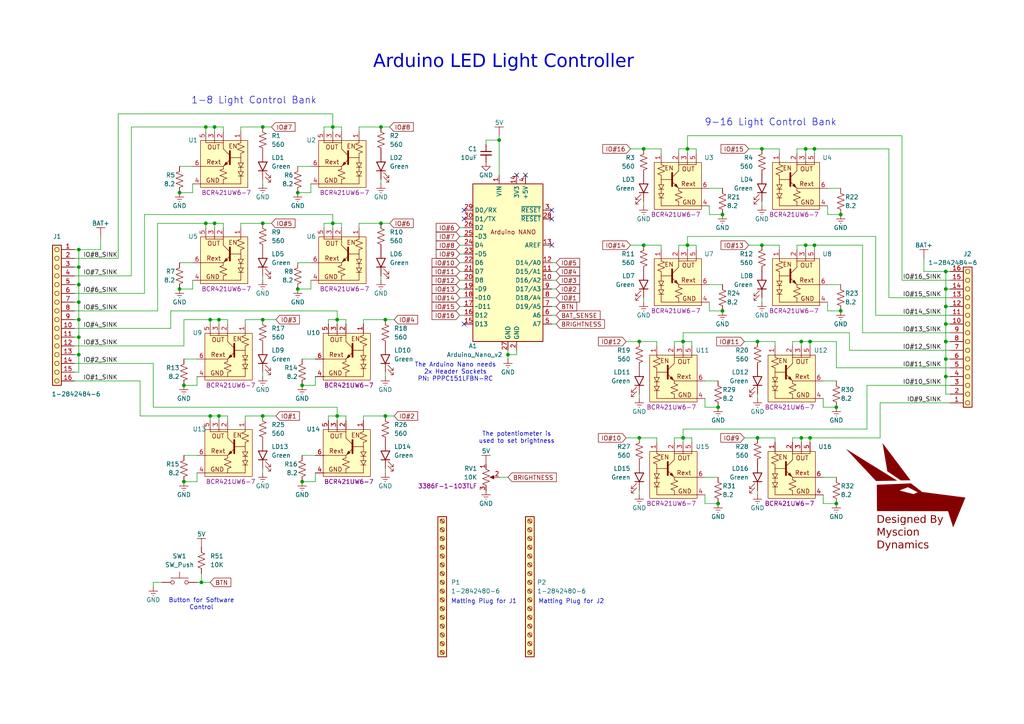
<source format=kicad_sch>
(kicad_sch (version 20250114) (generator "eeschema") (generator_version "9.0")
  (paper "A4")
  (title_block (title "Arduino LED Light Controller") (date "2025-07-21") (rev "-") (company "By Myscion Dynamics"))
  (rectangle (start 331.47 59.69) (end 421.64 135.89) (stroke (width 0.254) (type dash)))
  (text "1-8 Light Control Bank" (at 73.66 29.21 0) (effects (font (size 2 2))))
  (text "Button for Software\nControl" (at 58.42 175.26 0) (effects (font (size 1.27 1.27))))
  (text "Matting Plug for J2" (at 175.26 175.26 0) (effects (font (size 1.27 1.27)) (justify right bottom)))
  (text "Heriarchial blocks set to the side to give the \nillusion of a flat schematic when the PDF is exported." (at 375.92 67.31 0) (effects (font (size 1.905 1.905))))
  (text "Arduino LED Light Controller" (at 146.05 19.05 0) (effects (font (size 3.81 3.81))))
  (text "The Arduino Nano needs\n2x Header Sockets\nPN: PPPC151LFBN-RC" (at 132.08 107.95 0) (effects (font (size 1.27 1.27))))
  (text "9-16 Light Control Bank" (at 223.52 35.56 0) (effects (font (size 2 2))))
  (text "The potentiometer is\nused to set brightness" (at 149.86 127 0) (effects (font (size 1.27 1.27))))
  (text "Matting Plug for J1" (at 130.81 175.26 0) (effects (font (size 1.27 1.27)) (justify left bottom)))
  (junction (at 233.68 43.18))
  (junction (at 52.07 83.82))
  (junction (at 220.98 71.12))
  (junction (at 76.2 92.71))
  (junction (at 97.79 92.71))
  (junction (at 22.86 77.47))
  (junction (at 236.22 43.18))
  (junction (at 274.32 78.74))
  (junction (at 209.55 62.23))
  (junction (at 274.32 104.14))
  (junction (at 242.57 146.05))
  (junction (at 243.84 90.17))
  (junction (at 96.52 36.83))
  (junction (at 274.32 83.82))
  (junction (at 219.71 127))
  (junction (at 53.34 139.7))
  (junction (at 59.69 36.83))
  (junction (at 62.23 64.77))
  (junction (at 147.32 102.87))
  (junction (at 53.34 111.76))
  (junction (at 60.96 92.71))
  (junction (at 219.71 99.06))
  (junction (at 234.95 127))
  (junction (at 22.86 97.79))
  (junction (at 60.96 120.65))
  (junction (at 87.63 111.76))
  (junction (at 233.68 71.12))
  (junction (at 208.28 146.05))
  (junction (at 198.12 99.06))
  (junction (at 110.49 36.83))
  (junction (at 86.36 83.82))
  (junction (at 144.78 40.64))
  (junction (at 220.98 43.18))
  (junction (at 76.2 36.83))
  (junction (at 87.63 139.7))
  (junction (at 22.86 82.55))
  (junction (at 209.55 90.17))
  (junction (at 232.41 127))
  (junction (at 274.32 93.98))
  (junction (at 86.36 55.88))
  (junction (at 274.32 88.9))
  (junction (at 242.57 118.11))
  (junction (at 76.2 120.65))
  (junction (at 186.69 43.18))
  (junction (at 96.52 64.77))
  (junction (at 199.39 71.12))
  (junction (at 198.12 127))
  (junction (at 110.49 64.77))
  (junction (at 97.79 120.65))
  (junction (at 62.23 36.83))
  (junction (at 199.39 43.18))
  (junction (at 208.28 118.11))
  (junction (at 111.76 120.65))
  (junction (at 111.76 92.71))
  (junction (at 63.5 120.65))
  (junction (at 234.95 99.06))
  (junction (at 22.86 92.71))
  (junction (at 52.07 55.88))
  (junction (at 274.32 99.06))
  (junction (at 186.69 71.12))
  (junction (at 59.69 64.77))
  (junction (at 274.32 109.22))
  (junction (at 22.86 102.87))
  (junction (at 76.2 64.77))
  (junction (at 22.86 72.39))
  (junction (at 22.86 87.63))
  (junction (at 63.5 92.71))
  (junction (at 185.42 127))
  (junction (at 58.42 168.91))
  (junction (at 232.41 99.06))
  (junction (at 243.84 62.23))
  (junction (at 185.42 99.06))
  (junction (at 236.22 71.12))
  (no_connect (at 160.02 71.12))
  (no_connect (at 134.62 60.96))
  (no_connect (at 134.62 93.98))
  (no_connect (at 152.4 50.8))
  (no_connect (at 149.86 50.8))
  (no_connect (at 160.02 60.96))
  (no_connect (at 160.02 63.5))
  (no_connect (at 134.62 63.5))
  (wire (pts (xy 59.69 38.1) (xy 59.69 36.83)))
  (wire (pts (xy 60.96 93.98) (xy 60.96 92.71)))
  (wire (pts (xy 199.39 39.37) (xy 199.39 43.18)))
  (wire (pts (xy 34.29 33.02) (xy 96.52 33.02)))
  (wire (pts (xy 195.58 99.06) (xy 195.58 100.33)))
  (wire (pts (xy 200.66 99.06) (xy 198.12 99.06)))
  (wire (pts (xy 233.68 43.18) (xy 233.68 44.45)))
  (wire (pts (xy 76.2 120.65) (xy 80.01 120.65)))
  (wire (pts (xy 95.25 120.65) (xy 97.79 120.65)))
  (wire (pts (xy 198.12 127) (xy 198.12 124.46)))
  (wire (pts (xy 21.59 95.25) (xy 49.53 95.25)))
  (wire (pts (xy 226.06 71.12) (xy 226.06 72.39)))
  (wire (pts (xy 240.03 90.17) (xy 243.84 90.17)))
  (wire (pts (xy 361.95 91.44) (xy 377.19 91.44)))
  (wire (pts (xy 60.96 121.92) (xy 60.96 120.65)))
  (wire (pts (xy 255.27 127) (xy 255.27 116.84)))
  (wire (pts (xy 204.47 115.57) (xy 204.47 118.11)))
  (wire (pts (xy 220.98 71.12) (xy 226.06 71.12)))
  (wire (pts (xy 267.97 78.74) (xy 274.32 78.74)))
  (wire (pts (xy 63.5 92.71) (xy 63.5 93.98)))
  (wire (pts (xy 274.32 78.74) (xy 275.59 78.74)))
  (wire (pts (xy 57.15 111.76) (xy 53.34 111.76)))
  (wire (pts (xy 199.39 71.12) (xy 199.39 72.39)))
  (wire (pts (xy 160.02 93.98) (xy 161.29 93.98)))
  (wire (pts (xy 60.96 120.65) (xy 63.5 120.65)))
  (wire (pts (xy 186.69 86.36) (xy 186.69 87.63)))
  (wire (pts (xy 133.35 73.66) (xy 134.62 73.66)))
  (wire (pts (xy 21.59 85.09) (xy 41.91 85.09)))
  (wire (pts (xy 242.57 106.68) (xy 275.59 106.68)))
  (wire (pts (xy 361.95 111.76) (xy 377.19 111.76)))
  (wire (pts (xy 49.53 90.17) (xy 97.79 90.17)))
  (wire (pts (xy 105.41 92.71) (xy 111.76 92.71)))
  (wire (pts (xy 60.96 120.65) (xy 40.64 120.65)))
  (wire (pts (xy 361.95 96.52) (xy 377.19 96.52)))
  (wire (pts (xy 160.02 91.44) (xy 161.29 91.44)))
  (wire (pts (xy 234.95 127) (xy 255.27 127)))
  (wire (pts (xy 160.02 81.28) (xy 161.29 81.28)))
  (wire (pts (xy 361.95 124.46) (xy 377.19 124.46)))
  (wire (pts (xy 186.69 43.18) (xy 191.77 43.18)))
  (wire (pts (xy 71.12 120.65) (xy 71.12 121.92)))
  (wire (pts (xy 182.88 71.12) (xy 186.69 71.12)))
  (wire (pts (xy 201.93 44.45) (xy 201.93 43.18)))
  (wire (pts (xy 21.59 82.55) (xy 22.86 82.55)))
  (wire (pts (xy 185.42 127) (xy 190.5 127)))
  (wire (pts (xy 217.17 43.18) (xy 220.98 43.18)))
  (wire (pts (xy 274.32 104.14) (xy 274.32 109.22)))
  (wire (pts (xy 219.71 114.3) (xy 219.71 115.57)))
  (wire (pts (xy 236.22 44.45) (xy 236.22 43.18)))
  (wire (pts (xy 219.71 99.06) (xy 224.79 99.06)))
  (wire (pts (xy 361.95 86.36) (xy 377.19 86.36)))
  (wire (pts (xy 243.84 82.55) (xy 240.03 82.55)))
  (wire (pts (xy 240.03 62.23) (xy 243.84 62.23)))
  (wire (pts (xy 195.58 127) (xy 195.58 128.27)))
  (wire (pts (xy 254 91.44) (xy 254 68.58)))
  (wire (pts (xy 76.2 107.95) (xy 76.2 109.22)))
  (wire (pts (xy 111.76 135.89) (xy 111.76 137.16)))
  (wire (pts (xy 57.15 137.16) (xy 57.15 139.7)))
  (wire (pts (xy 44.45 168.91) (xy 46.99 168.91)))
  (wire (pts (xy 59.69 36.83) (xy 62.23 36.83)))
  (wire (pts (xy 204.47 146.05) (xy 208.28 146.05)))
  (wire (pts (xy 53.34 104.14) (xy 57.15 104.14)))
  (wire (pts (xy 45.72 90.17) (xy 45.72 64.77)))
  (wire (pts (xy 361.95 99.06) (xy 377.19 99.06)))
  (wire (pts (xy 274.32 93.98) (xy 275.59 93.98)))
  (wire (pts (xy 232.41 99.06) (xy 232.41 100.33)))
  (wire (pts (xy 251.46 111.76) (xy 275.59 111.76)))
  (wire (pts (xy 261.62 81.28) (xy 275.59 81.28)))
  (wire (pts (xy 49.53 95.25) (xy 49.53 90.17)))
  (wire (pts (xy 257.81 86.36) (xy 257.81 43.18)))
  (wire (pts (xy 133.35 71.12) (xy 134.62 71.12)))
  (wire (pts (xy 144.78 138.43) (xy 147.32 138.43)))
  (wire (pts (xy 57.15 139.7) (xy 53.34 139.7)))
  (wire (pts (xy 217.17 71.12) (xy 220.98 71.12)))
  (wire (pts (xy 104.14 36.83) (xy 104.14 38.1)))
  (wire (pts (xy 76.2 92.71) (xy 80.01 92.71)))
  (wire (pts (xy 267.97 74.93) (xy 267.97 78.74)))
  (wire (pts (xy 199.39 43.18) (xy 199.39 44.45)))
  (wire (pts (xy 69.85 36.83) (xy 69.85 38.1)))
  (wire (pts (xy 361.95 109.22) (xy 377.19 109.22)))
  (wire (pts (xy 242.57 99.06) (xy 234.95 99.06)))
  (wire (pts (xy 361.95 88.9) (xy 377.19 88.9)))
  (wire (pts (xy 22.86 72.39) (xy 21.59 72.39)))
  (wire (pts (xy 104.14 36.83) (xy 110.49 36.83)))
  (wire (pts (xy 52.07 76.2) (xy 55.88 76.2)))
  (wire (pts (xy 140.97 40.64) (xy 144.78 40.64)))
  (wire (pts (xy 22.86 92.71) (xy 21.59 92.71)))
  (wire (pts (xy 246.38 101.6) (xy 275.59 101.6)))
  (wire (pts (xy 144.78 39.37) (xy 144.78 40.64)))
  (wire (pts (xy 238.76 146.05) (xy 242.57 146.05)))
  (wire (pts (xy 234.95 99.06) (xy 232.41 99.06)))
  (wire (pts (xy 133.35 76.2) (xy 134.62 76.2)))
  (wire (pts (xy 55.88 55.88) (xy 52.07 55.88)))
  (wire (pts (xy 160.02 86.36) (xy 161.29 86.36)))
  (wire (pts (xy 21.59 77.47) (xy 22.86 77.47)))
  (wire (pts (xy 96.52 64.77) (xy 99.06 64.77)))
  (wire (pts (xy 186.69 71.12) (xy 191.77 71.12)))
  (wire (pts (xy 275.59 83.82) (xy 274.32 83.82)))
  (wire (pts (xy 96.52 64.77) (xy 96.52 66.04)))
  (wire (pts (xy 22.86 107.95) (xy 21.59 107.95)))
  (wire (pts (xy 361.95 114.3) (xy 377.19 114.3)))
  (wire (pts (xy 233.68 71.12) (xy 233.68 72.39)))
  (wire (pts (xy 90.17 83.82) (xy 86.36 83.82)))
  (wire (pts (xy 220.98 43.18) (xy 226.06 43.18)))
  (wire (pts (xy 181.61 127) (xy 185.42 127)))
  (wire (pts (xy 95.25 92.71) (xy 97.79 92.71)))
  (wire (pts (xy 204.47 118.11) (xy 208.28 118.11)))
  (wire (pts (xy 52.07 48.26) (xy 55.88 48.26)))
  (wire (pts (xy 198.12 127) (xy 198.12 128.27)))
  (wire (pts (xy 254 68.58) (xy 199.39 68.58)))
  (wire (pts (xy 100.33 92.71) (xy 100.33 93.98)))
  (wire (pts (xy 90.17 53.34) (xy 90.17 55.88)))
  (wire (pts (xy 274.32 109.22) (xy 275.59 109.22)))
  (wire (pts (xy 62.23 64.77) (xy 64.77 64.77)))
  (wire (pts (xy 21.59 105.41) (xy 44.45 105.41)))
  (wire (pts (xy 204.47 143.51) (xy 204.47 146.05)))
  (wire (pts (xy 274.32 114.3) (xy 275.59 114.3)))
  (wire (pts (xy 205.74 62.23) (xy 209.55 62.23)))
  (wire (pts (xy 22.86 97.79) (xy 22.86 102.87)))
  (wire (pts (xy 21.59 110.49) (xy 40.64 110.49)))
  (wire (pts (xy 234.95 127) (xy 232.41 127)))
  (wire (pts (xy 274.32 88.9) (xy 274.32 93.98)))
  (wire (pts (xy 110.49 52.07) (xy 110.49 53.34)))
  (wire (pts (xy 104.14 64.77) (xy 104.14 66.04)))
  (wire (pts (xy 76.2 135.89) (xy 76.2 137.16)))
  (wire (pts (xy 160.02 76.2) (xy 161.29 76.2)))
  (wire (pts (xy 198.12 99.06) (xy 198.12 100.33)))
  (wire (pts (xy 185.42 99.06) (xy 190.5 99.06)))
  (wire (pts (xy 55.88 53.34) (xy 55.88 55.88)))
  (wire (pts (xy 274.32 104.14) (xy 275.59 104.14)))
  (wire (pts (xy 91.44 109.22) (xy 91.44 111.76)))
  (wire (pts (xy 144.78 40.64) (xy 144.78 50.8)))
  (wire (pts (xy 236.22 71.12) (xy 233.68 71.12)))
  (wire (pts (xy 97.79 92.71) (xy 100.33 92.71)))
  (wire (pts (xy 62.23 64.77) (xy 62.23 66.04)))
  (wire (pts (xy 97.79 90.17) (xy 97.79 92.71)))
  (wire (pts (xy 96.52 33.02) (xy 96.52 36.83)))
  (wire (pts (xy 199.39 71.12) (xy 196.85 71.12)))
  (wire (pts (xy 97.79 118.11) (xy 44.45 118.11)))
  (wire (pts (xy 274.32 99.06) (xy 274.32 104.14)))
  (wire (pts (xy 274.32 93.98) (xy 274.32 99.06)))
  (wire (pts (xy 196.85 43.18) (xy 196.85 44.45)))
  (wire (pts (xy 224.79 127) (xy 224.79 128.27)))
  (wire (pts (xy 243.84 54.61) (xy 240.03 54.61)))
  (wire (pts (xy 96.52 36.83) (xy 99.06 36.83)))
  (wire (pts (xy 57.15 109.22) (xy 57.15 111.76)))
  (wire (pts (xy 205.74 59.69) (xy 205.74 62.23)))
  (wire (pts (xy 105.41 120.65) (xy 111.76 120.65)))
  (wire (pts (xy 242.57 106.68) (xy 242.57 99.06)))
  (wire (pts (xy 22.86 102.87) (xy 21.59 102.87)))
  (wire (pts (xy 196.85 71.12) (xy 196.85 72.39)))
  (wire (pts (xy 76.2 80.01) (xy 76.2 81.28)))
  (wire (pts (xy 219.71 142.24) (xy 219.71 143.51)))
  (wire (pts (xy 133.35 78.74) (xy 134.62 78.74)))
  (wire (pts (xy 233.68 43.18) (xy 231.14 43.18)))
  (wire (pts (xy 186.69 58.42) (xy 186.69 59.69)))
  (wire (pts (xy 95.25 93.98) (xy 95.25 92.71)))
  (wire (pts (xy 200.66 100.33) (xy 200.66 99.06)))
  (wire (pts (xy 22.86 77.47) (xy 22.86 72.39)))
  (wire (pts (xy 21.59 90.17) (xy 45.72 90.17)))
  (wire (pts (xy 140.97 41.91) (xy 140.97 40.64)))
  (wire (pts (xy 96.52 62.23) (xy 96.52 64.77)))
  (wire (pts (xy 93.98 66.04) (xy 93.98 64.77)))
  (wire (pts (xy 147.32 102.87) (xy 149.86 102.87)))
  (wire (pts (xy 240.03 87.63) (xy 240.03 90.17)))
  (wire (pts (xy 76.2 36.83) (xy 78.74 36.83)))
  (wire (pts (xy 224.79 99.06) (xy 224.79 100.33)))
  (wire (pts (xy 86.36 76.2) (xy 90.17 76.2)))
  (wire (pts (xy 55.88 83.82) (xy 52.07 83.82)))
  (wire (pts (xy 69.85 36.83) (xy 76.2 36.83)))
  (wire (pts (xy 361.95 93.98) (xy 377.19 93.98)))
  (wire (pts (xy 250.19 71.12) (xy 236.22 71.12)))
  (wire (pts (xy 58.42 166.37) (xy 58.42 168.91)))
  (wire (pts (xy 66.04 120.65) (xy 66.04 121.92)))
  (wire (pts (xy 91.44 137.16) (xy 91.44 139.7)))
  (wire (pts (xy 261.62 39.37) (xy 199.39 39.37)))
  (wire (pts (xy 250.19 96.52) (xy 275.59 96.52)))
  (wire (pts (xy 198.12 96.52) (xy 198.12 99.06)))
  (wire (pts (xy 274.32 83.82) (xy 274.32 88.9)))
  (wire (pts (xy 44.45 170.18) (xy 44.45 168.91)))
  (wire (pts (xy 71.12 120.65) (xy 76.2 120.65)))
  (wire (pts (xy 22.86 97.79) (xy 21.59 97.79)))
  (wire (pts (xy 133.35 91.44) (xy 134.62 91.44)))
  (wire (pts (xy 105.41 120.65) (xy 105.41 121.92)))
  (wire (pts (xy 185.42 142.24) (xy 185.42 143.51)))
  (wire (pts (xy 199.39 43.18) (xy 196.85 43.18)))
  (wire (pts (xy 361.95 106.68) (xy 377.19 106.68)))
  (wire (pts (xy 160.02 83.82) (xy 161.29 83.82)))
  (wire (pts (xy 246.38 96.52) (xy 198.12 96.52)))
  (wire (pts (xy 275.59 88.9) (xy 274.32 88.9)))
  (wire (pts (xy 93.98 38.1) (xy 93.98 36.83)))
  (wire (pts (xy 111.76 107.95) (xy 111.76 109.22)))
  (wire (pts (xy 90.17 81.28) (xy 90.17 83.82)))
  (wire (pts (xy 254 91.44) (xy 275.59 91.44)))
  (wire (pts (xy 110.49 64.77) (xy 113.03 64.77)))
  (wire (pts (xy 215.9 99.06) (xy 219.71 99.06)))
  (wire (pts (xy 22.86 72.39) (xy 29.21 72.39)))
  (wire (pts (xy 21.59 74.93) (xy 34.29 74.93)))
  (wire (pts (xy 63.5 92.71) (xy 66.04 92.71)))
  (wire (pts (xy 41.91 62.23) (xy 96.52 62.23)))
  (wire (pts (xy 22.86 87.63) (xy 21.59 87.63)))
  (wire (pts (xy 274.32 99.06) (xy 275.59 99.06)))
  (wire (pts (xy 29.21 72.39) (xy 29.21 68.58)))
  (wire (pts (xy 53.34 132.08) (xy 57.15 132.08)))
  (wire (pts (xy 53.34 92.71) (xy 60.96 92.71)))
  (wire (pts (xy 45.72 64.77) (xy 59.69 64.77)))
  (wire (pts (xy 76.2 52.07) (xy 76.2 53.34)))
  (wire (pts (xy 110.49 36.83) (xy 113.03 36.83)))
  (wire (pts (xy 198.12 127) (xy 195.58 127)))
  (wire (pts (xy 234.95 100.33) (xy 234.95 99.06)))
  (wire (pts (xy 229.87 99.06) (xy 229.87 100.33)))
  (wire (pts (xy 111.76 120.65) (xy 114.3 120.65)))
  (wire (pts (xy 229.87 127) (xy 229.87 128.27)))
  (wire (pts (xy 97.79 120.65) (xy 97.79 121.92)))
  (wire (pts (xy 60.96 92.71) (xy 63.5 92.71)))
  (wire (pts (xy 62.23 36.83) (xy 64.77 36.83)))
  (wire (pts (xy 99.06 36.83) (xy 99.06 38.1)))
  (wire (pts (xy 76.2 64.77) (xy 78.74 64.77)))
  (wire (pts (xy 361.95 119.38) (xy 377.19 119.38)))
  (wire (pts (xy 55.88 81.28) (xy 55.88 83.82)))
  (wire (pts (xy 205.74 87.63) (xy 205.74 90.17)))
  (wire (pts (xy 133.35 86.36) (xy 134.62 86.36)))
  (wire (pts (xy 226.06 43.18) (xy 226.06 44.45)))
  (wire (pts (xy 38.1 80.01) (xy 38.1 36.83)))
  (wire (pts (xy 149.86 102.87) (xy 149.86 101.6)))
  (wire (pts (xy 96.52 36.83) (xy 96.52 38.1)))
  (wire (pts (xy 91.44 111.76) (xy 87.63 111.76)))
  (wire (pts (xy 232.41 127) (xy 232.41 128.27)))
  (wire (pts (xy 219.71 127) (xy 224.79 127)))
  (wire (pts (xy 71.12 92.71) (xy 76.2 92.71)))
  (wire (pts (xy 133.35 88.9) (xy 134.62 88.9)))
  (wire (pts (xy 53.34 100.33) (xy 53.34 92.71)))
  (wire (pts (xy 236.22 43.18) (xy 233.68 43.18)))
  (wire (pts (xy 361.95 104.14) (xy 377.19 104.14)))
  (wire (pts (xy 133.35 83.82) (xy 134.62 83.82)))
  (wire (pts (xy 236.22 72.39) (xy 236.22 71.12)))
  (wire (pts (xy 205.74 90.17) (xy 209.55 90.17)))
  (wire (pts (xy 242.57 110.49) (xy 238.76 110.49)))
  (wire (pts (xy 208.28 110.49) (xy 204.47 110.49)))
  (wire (pts (xy 86.36 48.26) (xy 90.17 48.26)))
  (wire (pts (xy 147.32 102.87) (xy 147.32 104.14)))
  (wire (pts (xy 69.85 64.77) (xy 69.85 66.04)))
  (wire (pts (xy 181.61 99.06) (xy 185.42 99.06)))
  (wire (pts (xy 21.59 100.33) (xy 53.34 100.33)))
  (wire (pts (xy 97.79 120.65) (xy 100.33 120.65)))
  (wire (pts (xy 200.66 127) (xy 198.12 127)))
  (wire (pts (xy 201.93 72.39) (xy 201.93 71.12)))
  (wire (pts (xy 246.38 101.6) (xy 246.38 96.52)))
  (wire (pts (xy 238.76 143.51) (xy 238.76 146.05)))
  (wire (pts (xy 71.12 92.71) (xy 71.12 93.98)))
  (wire (pts (xy 64.77 64.77) (xy 64.77 66.04)))
  (wire (pts (xy 133.35 68.58) (xy 134.62 68.58)))
  (wire (pts (xy 190.5 127) (xy 190.5 128.27)))
  (wire (pts (xy 200.66 128.27) (xy 200.66 127)))
  (wire (pts (xy 87.63 132.08) (xy 91.44 132.08)))
  (wire (pts (xy 22.86 82.55) (xy 22.86 87.63)))
  (wire (pts (xy 62.23 36.83) (xy 62.23 38.1)))
  (wire (pts (xy 38.1 36.83) (xy 59.69 36.83)))
  (wire (pts (xy 104.14 64.77) (xy 110.49 64.77)))
  (wire (pts (xy 111.76 92.71) (xy 114.3 92.71)))
  (wire (pts (xy 105.41 92.71) (xy 105.41 93.98)))
  (wire (pts (xy 191.77 71.12) (xy 191.77 72.39)))
  (wire (pts (xy 242.57 138.43) (xy 238.76 138.43)))
  (wire (pts (xy 232.41 127) (xy 229.87 127)))
  (wire (pts (xy 100.33 120.65) (xy 100.33 121.92)))
  (wire (pts (xy 21.59 80.01) (xy 38.1 80.01)))
  (wire (pts (xy 93.98 64.77) (xy 96.52 64.77)))
  (wire (pts (xy 257.81 86.36) (xy 275.59 86.36)))
  (wire (pts (xy 133.35 81.28) (xy 134.62 81.28)))
  (wire (pts (xy 220.98 86.36) (xy 220.98 87.63)))
  (wire (pts (xy 22.86 87.63) (xy 22.86 92.71)))
  (wire (pts (xy 90.17 55.88) (xy 86.36 55.88)))
  (wire (pts (xy 201.93 43.18) (xy 199.39 43.18)))
  (wire (pts (xy 198.12 99.06) (xy 195.58 99.06)))
  (wire (pts (xy 22.86 92.71) (xy 22.86 97.79)))
  (wire (pts (xy 232.41 99.06) (xy 229.87 99.06)))
  (wire (pts (xy 234.95 128.27) (xy 234.95 127)))
  (wire (pts (xy 40.64 120.65) (xy 40.64 110.49)))
  (wire (pts (xy 251.46 124.46) (xy 251.46 111.76)))
  (wire (pts (xy 257.81 43.18) (xy 236.22 43.18)))
  (wire (pts (xy 238.76 118.11) (xy 242.57 118.11)))
  (wire (pts (xy 64.77 36.83) (xy 64.77 38.1)))
  (wire (pts (xy 69.85 64.77) (xy 76.2 64.77)))
  (wire (pts (xy 182.88 43.18) (xy 186.69 43.18)))
  (wire (pts (xy 133.35 66.04) (xy 134.62 66.04)))
  (wire (pts (xy 220.98 58.42) (xy 220.98 59.69)))
  (wire (pts (xy 274.32 78.74) (xy 274.32 83.82)))
  (wire (pts (xy 233.68 71.12) (xy 231.14 71.12)))
  (wire (pts (xy 34.29 74.93) (xy 34.29 33.02)))
  (wire (pts (xy 361.95 116.84) (xy 377.19 116.84)))
  (wire (pts (xy 63.5 120.65) (xy 63.5 121.92)))
  (wire (pts (xy 22.86 77.47) (xy 22.86 82.55)))
  (wire (pts (xy 97.79 120.65) (xy 97.79 118.11)))
  (wire (pts (xy 147.32 101.6) (xy 147.32 102.87)))
  (wire (pts (xy 160.02 88.9) (xy 161.29 88.9)))
  (wire (pts (xy 59.69 66.04) (xy 59.69 64.77)))
  (wire (pts (xy 209.55 82.55) (xy 205.74 82.55)))
  (wire (pts (xy 110.49 80.01) (xy 110.49 81.28)))
  (wire (pts (xy 185.42 114.3) (xy 185.42 115.57)))
  (wire (pts (xy 274.32 109.22) (xy 274.32 114.3)))
  (wire (pts (xy 240.03 59.69) (xy 240.03 62.23)))
  (wire (pts (xy 190.5 99.06) (xy 190.5 100.33)))
  (wire (pts (xy 215.9 127) (xy 219.71 127)))
  (wire (pts (xy 191.77 43.18) (xy 191.77 44.45)))
  (wire (pts (xy 58.42 168.91) (xy 60.96 168.91)))
  (wire (pts (xy 95.25 121.92) (xy 95.25 120.65)))
  (wire (pts (xy 99.06 64.77) (xy 99.06 66.04)))
  (wire (pts (xy 361.95 101.6) (xy 377.19 101.6)))
  (wire (pts (xy 199.39 68.58) (xy 199.39 71.12)))
  (wire (pts (xy 91.44 139.7) (xy 87.63 139.7)))
  (wire (pts (xy 97.79 92.71) (xy 97.79 93.98)))
  (wire (pts (xy 22.86 102.87) (xy 22.86 107.95)))
  (wire (pts (xy 261.62 81.28) (xy 261.62 39.37)))
  (wire (pts (xy 93.98 36.83) (xy 96.52 36.83)))
  (wire (pts (xy 44.45 118.11) (xy 44.45 105.41)))
  (wire (pts (xy 208.28 138.43) (xy 204.47 138.43)))
  (wire (pts (xy 59.69 64.77) (xy 62.23 64.77)))
  (wire (pts (xy 201.93 71.12) (xy 199.39 71.12)))
  (wire (pts (xy 66.04 92.71) (xy 66.04 93.98)))
  (wire (pts (xy 238.76 115.57) (xy 238.76 118.11)))
  (wire (pts (xy 231.14 71.12) (xy 231.14 72.39)))
  (wire (pts (xy 41.91 85.09) (xy 41.91 62.23)))
  (wire (pts (xy 231.14 43.18) (xy 231.14 44.45)))
  (wire (pts (xy 63.5 120.65) (xy 66.04 120.65)))
  (wire (pts (xy 160.02 78.74) (xy 161.29 78.74)))
  (wire (pts (xy 57.15 168.91) (xy 58.42 168.91)))
  (wire (pts (xy 250.19 96.52) (xy 250.19 71.12)))
  (wire (pts (xy 198.12 124.46) (xy 251.46 124.46)))
  (wire (pts (xy 361.95 121.92) (xy 377.19 121.92)))
  (wire (pts (xy 255.27 116.84) (xy 275.59 116.84)))
  (wire (pts (xy 87.63 104.14) (xy 91.44 104.14)))
  (wire (pts (xy 209.55 54.61) (xy 205.74 54.61)))
  (label "IO#15_SINK" (at 361.95 121.92 0))
  (label "IO#3_SINK" (at 361.95 91.44 0))
  (label "IO#11_SINK" (at 361.95 111.76 0))
  (label "IO#1_SINK" (at 24.13 110.49 0))
  (label "IO#13_SINK" (at 273.05 96.52 180))
  (label "IO#12_SINK" (at 273.05 101.6 180))
  (label "IO#8_SINK" (at 24.13 74.93 0))
  (label "IO#7_SINK" (at 361.95 101.6 0))
  (label "IO#4_SINK" (at 361.95 93.98 0))
  (label "IO#10_SINK" (at 273.05 111.76 180))
  (label "IO#16_SINK" (at 273.05 81.28 180))
  (label "IO#14_SINK" (at 361.95 119.38 0))
  (label "IO#5_SINK" (at 24.13 90.17 0))
  (label "IO#16_SINK" (at 361.95 124.46 0))
  (label "IO#11_SINK" (at 273.05 106.68 180))
  (label "IO#14_SINK" (at 273.05 91.44 180))
  (label "IO#13_SINK" (at 361.95 116.84 0))
  (label "IO#12_SINK" (at 361.95 114.3 0))
  (label "IO#2_SINK" (at 361.95 88.9 0))
  (label "IO#6_SINK" (at 24.13 85.09 0))
  (label "IO#10_SINK" (at 361.95 109.22 0))
  (label "IO#6_SINK" (at 361.95 99.06 0))
  (label "IO#2_SINK" (at 24.13 105.41 0))
  (label "IO#9_SINK" (at 273.05 116.84 180))
  (label "IO#3_SINK" (at 24.13 100.33 0))
  (label "IO#7_SINK" (at 24.13 80.01 0))
  (label "IO#8_SINK" (at 361.95 104.14 0))
  (label "IO#5_SINK" (at 361.95 96.52 0))
  (label "IO#4_SINK" (at 24.13 95.25 0))
  (label "IO#1_SINK" (at 361.95 86.36 0))
  (label "IO#9_SINK" (at 361.95 106.68 0))
  (label "IO#15_SINK" (at 273.05 86.36 180))
  (global_label "IO#13" (shape input) (at 133.35 83.82 180) (property "Intersheetrefs" "${INTERSHEET_REFS}" (effects (hide yes))))
  (global_label "IO#14" (shape input) (at 182.88 71.12 180) (property "Intersheetrefs" "${INTERSHEET_REFS}" (effects (hide yes))))
  (global_label "IO#13" (shape input) (at 217.17 71.12 180) (property "Intersheetrefs" "${INTERSHEET_REFS}" (effects (hide yes))))
  (global_label "IO#4" (shape input) (at 161.29 78.74 0) (property "Intersheetrefs" "${INTERSHEET_REFS}" (effects (hide yes))))
  (global_label "IO#3" (shape input) (at 80.01 92.71 0) (property "Intersheetrefs" "${INTERSHEET_REFS}" (effects (hide yes))))
  (global_label "IO#4" (shape input) (at 114.3 92.71 0) (property "Intersheetrefs" "${INTERSHEET_REFS}" (effects (hide yes))))
  (global_label "BTN" (shape input) (at 60.96 168.91 0) (property "Intersheetrefs" "${INTERSHEET_REFS}" (effects (hide yes))))
  (global_label "IO#16" (shape input) (at 182.88 43.18 180) (property "Intersheetrefs" "${INTERSHEET_REFS}" (effects (hide yes))))
  (global_label "IO#16" (shape input) (at 133.35 91.44 180) (property "Intersheetrefs" "${INTERSHEET_REFS}" (effects (hide yes))))
  (global_label "IO#8" (shape input) (at 113.03 36.83 0) (property "Intersheetrefs" "${INTERSHEET_REFS}" (effects (hide yes))))
  (global_label "IO#5" (shape input) (at 78.74 64.77 0) (property "Intersheetrefs" "${INTERSHEET_REFS}" (effects (hide yes))))
  (global_label "IO#1" (shape input) (at 161.29 86.36 0) (property "Intersheetrefs" "${INTERSHEET_REFS}" (effects (hide yes))))
  (global_label "BAT_SENSE" (shape input) (at 161.29 91.44 0) (property "Intersheetrefs" "${INTERSHEET_REFS}" (effects (hide yes))))
  (global_label "IO#12" (shape input) (at 181.61 99.06 180) (property "Intersheetrefs" "${INTERSHEET_REFS}" (effects (hide yes))))
  (global_label "IO#7" (shape input) (at 133.35 68.58 180) (property "Intersheetrefs" "${INTERSHEET_REFS}" (effects (hide yes))))
  (global_label "IO#2" (shape input) (at 161.29 83.82 0) (property "Intersheetrefs" "${INTERSHEET_REFS}" (effects (hide yes))))
  (global_label "BRIGHTNESS" (shape input) (at 147.32 138.43 0) (property "Intersheetrefs" "${INTERSHEET_REFS}" (effects (hide yes))))
  (global_label "IO#6" (shape input) (at 113.03 64.77 0) (property "Intersheetrefs" "${INTERSHEET_REFS}" (effects (hide yes))))
  (global_label "IO#9" (shape input) (at 133.35 73.66 180) (property "Intersheetrefs" "${INTERSHEET_REFS}" (effects (hide yes))))
  (global_label "IO#7" (shape input) (at 78.74 36.83 0) (property "Intersheetrefs" "${INTERSHEET_REFS}" (effects (hide yes))))
  (global_label "BRIGHTNESS" (shape input) (at 161.29 93.98 0) (property "Intersheetrefs" "${INTERSHEET_REFS}" (effects (hide yes))))
  (global_label "IO#15" (shape input) (at 133.35 88.9 180) (property "Intersheetrefs" "${INTERSHEET_REFS}" (effects (hide yes))))
  (global_label "IO#1" (shape input) (at 80.01 120.65 0) (property "Intersheetrefs" "${INTERSHEET_REFS}" (effects (hide yes))))
  (global_label "IO#14" (shape input) (at 133.35 86.36 180) (property "Intersheetrefs" "${INTERSHEET_REFS}" (effects (hide yes))))
  (global_label "IO#10" (shape input) (at 181.61 127 180) (property "Intersheetrefs" "${INTERSHEET_REFS}" (effects (hide yes))))
  (global_label "IO#3" (shape input) (at 161.29 81.28 0) (property "Intersheetrefs" "${INTERSHEET_REFS}" (effects (hide yes))))
  (global_label "IO#6" (shape input) (at 133.35 66.04 180) (property "Intersheetrefs" "${INTERSHEET_REFS}" (effects (hide yes))))
  (global_label "IO#2" (shape input) (at 114.3 120.65 0) (property "Intersheetrefs" "${INTERSHEET_REFS}" (effects (hide yes))))
  (global_label "IO#9" (shape input) (at 215.9 127 180) (property "Intersheetrefs" "${INTERSHEET_REFS}" (effects (hide yes))))
  (global_label "IO#11" (shape input) (at 215.9 99.06 180) (property "Intersheetrefs" "${INTERSHEET_REFS}" (effects (hide yes))))
  (global_label "IO#12" (shape input) (at 133.35 81.28 180) (property "Intersheetrefs" "${INTERSHEET_REFS}" (effects (hide yes))))
  (global_label "IO#5" (shape input) (at 161.29 76.2 0) (property "Intersheetrefs" "${INTERSHEET_REFS}" (effects (hide yes))))
  (global_label "IO#8" (shape input) (at 133.35 71.12 180) (property "Intersheetrefs" "${INTERSHEET_REFS}" (effects (hide yes))))
  (global_label "IO#10" (shape input) (at 133.35 76.2 180) (property "Intersheetrefs" "${INTERSHEET_REFS}" (effects (hide yes))))
  (global_label "IO#15" (shape input) (at 217.17 43.18 180) (property "Intersheetrefs" "${INTERSHEET_REFS}" (effects (hide yes))))
  (global_label "BTN" (shape input) (at 161.29 88.9 0) (property "Intersheetrefs" "${INTERSHEET_REFS}" (effects (hide yes))))
  (global_label "IO#11" (shape input) (at 133.35 78.74 180) (property "Intersheetrefs" "${INTERSHEET_REFS}" (effects (hide yes))))
  (symbol (lib_id "DB:Resistor_SMD_0603/RES 560 OHM 1% 1/10W SMD") (at 76.2 124.46 0) (unit 1)
    (property "Reference" "R25" (at 78.74 123.1899 0) (effects (justify left)))
    (property "Value" "560" (at 78.74 125.7299 0) (effects (justify left)))
    (property "Footprint" "DB_SMD_Resistors:R_0603_1608Metric_Pad0.98x0.95mm_HandSolder" (effects (hide yes)))
    (property "Description" "RES 560 OHM 1% 1/10W SMD" (effects (hide yes)))
    (property "MPN" "RC0603FR-07560RL" (effects (hide yes)))
    (property "Disc" "RES 560 OHM 1% 1/10W SMD" (effects (hide yes)))
    (property "Manufacture" "YAGEO" (effects (hide yes)))
    (property "Power" "0.1W" (effects (hide yes)))
  )
  (symbol (lib_id "DB:Resistor_SMD_0603/RES 560 OHM 1% 1/10W SMD") (at 76.2 96.52 0) (unit 1)
    (property "Reference" "R17" (at 78.74 95.2499 0) (effects (justify left)))
    (property "Value" "560" (at 78.74 97.7899 0) (effects (justify left)))
    (property "Footprint" "DB_SMD_Resistors:R_0603_1608Metric_Pad0.98x0.95mm_HandSolder" (effects (hide yes)))
    (property "Description" "RES 560 OHM 1% 1/10W SMD" (effects (hide yes)))
    (property "MPN" "RC0603FR-07560RL" (effects (hide yes)))
    (property "Disc" "RES 560 OHM 1% 1/10W SMD" (effects (hide yes)))
    (property "Manufacture" "YAGEO" (effects (hide yes)))
    (property "Power" "0.1W" (effects (hide yes)))
  )
  (symbol (lib_id "DB:Resistor_SMD_0603/RES 560 OHM 1% 1/10W SMD") (at 186.69 74.93 0) (mirror y) (unit 1)
    (property "Reference" "R11" (at 184.15 73.6599 0) (effects (justify left)))
    (property "Value" "560" (at 184.15 76.1999 0) (effects (justify left)))
    (property "Footprint" "DB_SMD_Resistors:R_0603_1608Metric_Pad0.98x0.95mm_HandSolder" (effects (hide yes)))
    (property "Description" "RES 560 OHM 1% 1/10W SMD" (effects (hide yes)))
    (property "MPN" "RC0603FR-07560RL" (effects (hide yes)))
    (property "Disc" "RES 560 OHM 1% 1/10W SMD" (effects (hide yes)))
    (property "Manufacture" "YAGEO" (effects (hide yes)))
    (property "Power" "0.1W" (effects (hide yes)))
  )
  (symbol (lib_id "DB:Resistor_SMD_1206/RES 8.2 OHM 1% 1/4W SMD") (at 208.28 142.24 0) (unit 1)
    (property "Reference" "R31" (at 209.55 140.97 0) (effects (justify left)))
    (property "Value" "8.2" (at 209.55 143.51 0) (effects (justify left)))
    (property "Footprint" "DB_SMD_Resistors:R_1206_3216Metric" (effects (hide yes)))
    (property "Description" "RES 8.2 OHM 1% 1/4W SMD" (effects (hide yes)))
    (property "MPN" "RMCF1206FT8R20" (effects (hide yes)))
    (property "Disc" "RES 8.2 OHM 1% 1/4W SMD" (effects (hide yes)))
    (property "Manufacture" "Stackpole Electronics Inc" (effects (hide yes)))
    (property "Power" "0.25W" (effects (hide yes)))
  )
  (symbol (lib_id "DB:Terminal_Block_Plugs/TERM BLOCK PLUG 16POS 3.50MM") (at 153.67 156.21 0) (unit 1) (on_board no)
    (property "Reference" "P2" (at 155.7593 168.9099 0) (effects (justify left)))
    (property "Value" "1-2842480-6" (at 155.7593 171.4499 0) (effects (justify left)))
    (property "Description" "TERM BLOCK PLUG 16POS 3.50MM" (effects (hide yes)))
    (property "MPN" "1-2842480-6" (effects (hide yes)))
    (property "Positions" "16" (effects (hide yes)))
    (property "Disc" "TERM BLOCK PLUG 16POS 3.50MM" (effects (hide yes)))
    (property "Manufacture" "TE Connectivity AMP Connectors" (effects (hide yes)))
    (property "Current" "8A" (effects (hide yes)))
    (property "Pitch" "0.138\" (3.50mm)" (effects (hide yes)))
    (property "Wire Guage" "12-24" (effects (hide yes)))
  )
  (symbol (lib_id "DB:LED_SMD_0603/LED GREEN DIFFUSED 0603 SMD") (at 110.49 76.2 90) (unit 1)
    (property "Reference" "LD6" (at 113.03 73.66 90) (effects (justify right)))
    (property "Value" "Green" (at 113.03 76.2 90) (effects (justify right)))
    (property "Footprint" "DB_SMD_LED:LED_0603_1608Metric_Green_Cath_Dot" (effects (hide yes)))
    (property "Description" "LED GREEN DIFFUSED 0603 SMD" (effects (hide yes)))
    (property "MPN" "HSME-C191" (effects (hide yes)))
    (property "Disc" "LED GREEN DIFFUSED 0603 SMD" (effects (hide yes)))
    (property "Manufacture" "Broadcom Limited" (effects (hide yes)))
    (property "Vf" "2.1V" (effects (hide yes)))
    (property "Milicandela" "50mcd" (effects (hide yes)))
  )
  (symbol (lib_id "DB:Resistor_SMD_0603/RES 560 OHM 1% 1/10W SMD") (at 219.71 102.87 0) (mirror y) (unit 1)
    (property "Reference" "R20" (at 217.17 101.5999 0) (effects (justify left)))
    (property "Value" "560" (at 217.17 104.1399 0) (effects (justify left)))
    (property "Footprint" "DB_SMD_Resistors:R_0603_1608Metric_Pad0.98x0.95mm_HandSolder" (effects (hide yes)))
    (property "Description" "RES 560 OHM 1% 1/10W SMD" (effects (hide yes)))
    (property "MPN" "RC0603FR-07560RL" (effects (hide yes)))
    (property "Disc" "RES 560 OHM 1% 1/10W SMD" (effects (hide yes)))
    (property "Manufacture" "YAGEO" (effects (hide yes)))
    (property "Power" "0.1W" (effects (hide yes)))
  )
  (symbol (lib_id "DB:Resistor_SMD_0603/RES 560 OHM 1% 1/10W SMD") (at 219.71 130.81 0) (mirror y) (unit 1)
    (property "Reference" "R28" (at 217.17 129.5399 0) (effects (justify left)))
    (property "Value" "560" (at 217.17 132.0799 0) (effects (justify left)))
    (property "Footprint" "DB_SMD_Resistors:R_0603_1608Metric_Pad0.98x0.95mm_HandSolder" (effects (hide yes)))
    (property "Description" "RES 560 OHM 1% 1/10W SMD" (effects (hide yes)))
    (property "MPN" "RC0603FR-07560RL" (effects (hide yes)))
    (property "Disc" "RES 560 OHM 1% 1/10W SMD" (effects (hide yes)))
    (property "Manufacture" "YAGEO" (effects (hide yes)))
    (property "Power" "0.1W" (effects (hide yes)))
  )
  (symbol (lib_id "DB:IC_LED_Drivers/BCR421UW6-7DICT-ND") (at 66.04 102.87 0) (mirror y) (unit 1)
    (property "Reference" "U9" (at 55.88 96.52 0) (effects (justify right)))
    (property "Footprint" "DB_Standard_SMD:SOT-23-6_Handsoldering" (effects (hide yes)))
    (property "Description" "IC LED DRVR LIN PWM 500MA SOT-26" (effects (hide yes)))
    (property "MPN" "BCR421UW6-7" (at 59.69 111.76 0) (effects (justify right)))
    (property "Manufacture" "Diodes Incorporated" (effects (hide yes)))
    (property "Symbol Heritage" "NONE" (effects (hide yes)))
    (property "Footprint Heritage" "NONE" (effects (hide yes)))
  )
  (symbol (lib_id "DB:Power_Symbols/GND") (at 186.69 59.69 0) (mirror y) (unit 1)
    (property "Reference" "#PWR07" (effects (hide yes)))
    (property "Value" "GND" (at 186.69 63.5 0))
    (property "Description" "GND" (effects (hide yes)))
  )
  (symbol (lib_id "DB:Resistor_SMD_1206/RES 8.2 OHM 1% 1/4W SMD") (at 243.84 58.42 0) (unit 1)
    (property "Reference" "R22" (at 245.11 57.15 0) (effects (justify left)))
    (property "Value" "8.2" (at 245.11 59.69 0) (effects (justify left)))
    (property "Footprint" "DB_SMD_Resistors:R_1206_3216Metric" (effects (hide yes)))
    (property "Description" "RES 8.2 OHM 1% 1/4W SMD" (effects (hide yes)))
    (property "MPN" "RMCF1206FT8R20" (effects (hide yes)))
    (property "Disc" "RES 8.2 OHM 1% 1/4W SMD" (effects (hide yes)))
    (property "Manufacture" "Stackpole Electronics Inc" (effects (hide yes)))
    (property "Power" "0.25W" (effects (hide yes)))
  )
  (symbol (lib_id "DB:Power_Symbols/GND") (at 86.36 55.88 0) (unit 1)
    (property "Reference" "#PWR06" (effects (hide yes)))
    (property "Value" "GND" (at 86.36 59.69 0))
    (property "Description" "GND" (effects (hide yes)))
  )
  (symbol (lib_id "DB:Resistor_SMD_1206/RES 8.2 OHM 1% 1/4W SMD") (at 52.07 80.01 0) (mirror y) (unit 1)
    (property "Reference" "R7" (at 50.8 78.74 0) (effects (justify left)))
    (property "Value" "8.2" (at 50.8 81.28 0) (effects (justify left)))
    (property "Footprint" "DB_SMD_Resistors:R_1206_3216Metric" (effects (hide yes)))
    (property "Description" "RES 8.2 OHM 1% 1/4W SMD" (effects (hide yes)))
    (property "MPN" "RMCF1206FT8R20" (effects (hide yes)))
    (property "Disc" "RES 8.2 OHM 1% 1/4W SMD" (effects (hide yes)))
    (property "Manufacture" "Stackpole Electronics Inc" (effects (hide yes)))
    (property "Power" "0.25W" (effects (hide yes)))
  )
  (symbol (lib_id "DB:IC_LED_Drivers/BCR421UW6-7DICT-ND") (at 231.14 81.28 0) (unit 1)
    (property "Reference" "U8" (at 241.3 73.66 0) (effects (justify right)))
    (property "Footprint" "DB_Standard_SMD:SOT-23-6_Handsoldering" (effects (hide yes)))
    (property "Description" "IC LED DRVR LIN PWM 500MA SOT-26" (effects (hide yes)))
    (property "MPN" "BCR421UW6-7" (at 237.49 90.17 0) (effects (justify right)))
    (property "Manufacture" "Diodes Incorporated" (effects (hide yes)))
    (property "Symbol Heritage" "NONE" (effects (hide yes)))
    (property "Footprint Heritage" "NONE" (effects (hide yes)))
  )
  (symbol (lib_id "DB:LED_SMD_0603/LED GREEN DIFFUSED 0603 SMD") (at 110.49 48.26 90) (unit 1)
    (property "Reference" "LD2" (at 113.03 45.72 90) (effects (justify right)))
    (property "Value" "Green" (at 113.03 48.26 90) (effects (justify right)))
    (property "Footprint" "DB_SMD_LED:LED_0603_1608Metric_Green_Cath_Dot" (effects (hide yes)))
    (property "Description" "LED GREEN DIFFUSED 0603 SMD" (effects (hide yes)))
    (property "MPN" "HSME-C191" (effects (hide yes)))
    (property "Disc" "LED GREEN DIFFUSED 0603 SMD" (effects (hide yes)))
    (property "Manufacture" "Broadcom Limited" (effects (hide yes)))
    (property "Vf" "2.1V" (effects (hide yes)))
    (property "Milicandela" "50mcd" (effects (hide yes)))
  )
  (symbol (lib_id "DB:Power_Symbols/GND") (at 243.84 90.17 0) (unit 1)
    (property "Reference" "#PWR020" (effects (hide yes)))
    (property "Value" "GND" (at 243.84 93.98 0))
    (property "Description" "GND" (effects (hide yes)))
  )
  (symbol (lib_id "DB:Power_Symbols/GND") (at 76.2 109.22 0) (unit 1)
    (property "Reference" "#PWR022" (effects (hide yes)))
    (property "Value" "GND" (at 76.2 113.03 0))
    (property "Description" "GND" (effects (hide yes)))
  )
  (symbol (lib_id "DB:Power_Symbols/GND") (at 220.98 87.63 0) (mirror y) (unit 1)
    (property "Reference" "#PWR018" (effects (hide yes)))
    (property "Value" "GND" (at 220.98 91.44 0))
    (property "Description" "GND" (effects (hide yes)))
  )
  (symbol (lib_id "DB:LED_SMD_0603/LED GREEN DIFFUSED 0603 SMD") (at 220.98 82.55 270) (mirror x) (unit 1)
    (property "Reference" "LD8" (at 218.44 80.01 90) (effects (justify right)))
    (property "Value" "Green" (at 218.44 82.55 90) (effects (justify right)))
    (property "Footprint" "DB_SMD_LED:LED_0603_1608Metric_Green_Cath_Dot" (effects (hide yes)))
    (property "Description" "LED GREEN DIFFUSED 0603 SMD" (effects (hide yes)))
    (property "MPN" "HSME-C191" (effects (hide yes)))
    (property "Disc" "LED GREEN DIFFUSED 0603 SMD" (effects (hide yes)))
    (property "Manufacture" "Broadcom Limited" (effects (hide yes)))
    (property "Vf" "2.1V" (effects (hide yes)))
    (property "Milicandela" "50mcd" (effects (hide yes)))
  )
  (symbol (lib_id "DB:IC_LED_Drivers/BCR421UW6-7DICT-ND") (at 229.87 109.22 0) (unit 1)
    (property "Reference" "U12" (at 240.03 101.6 0) (effects (justify right)))
    (property "Footprint" "DB_Standard_SMD:SOT-23-6_Handsoldering" (effects (hide yes)))
    (property "Description" "IC LED DRVR LIN PWM 500MA SOT-26" (effects (hide yes)))
    (property "MPN" "BCR421UW6-7" (at 236.22 118.11 0) (effects (justify right)))
    (property "Manufacture" "Diodes Incorporated" (effects (hide yes)))
    (property "Symbol Heritage" "NONE" (effects (hide yes)))
    (property "Footprint Heritage" "NONE" (effects (hide yes)))
  )
  (symbol (lib_id "DB:Resistor_SMD_0603/RES 560 OHM 1% 1/10W SMD") (at 220.98 46.99 0) (mirror y) (unit 1)
    (property "Reference" "R4" (at 218.44 45.7199 0) (effects (justify left)))
    (property "Value" "560" (at 218.44 48.2599 0) (effects (justify left)))
    (property "Footprint" "DB_SMD_Resistors:R_0603_1608Metric_Pad0.98x0.95mm_HandSolder" (effects (hide yes)))
    (property "Description" "RES 560 OHM 1% 1/10W SMD" (effects (hide yes)))
    (property "MPN" "RC0603FR-07560RL" (effects (hide yes)))
    (property "Disc" "RES 560 OHM 1% 1/10W SMD" (effects (hide yes)))
    (property "Manufacture" "YAGEO" (effects (hide yes)))
    (property "Power" "0.1W" (effects (hide yes)))
  )
  (symbol (lib_id "DB:Resistor_SMD_0603/RES 10K OHM 1% 1/10W SMD") (at 58.42 162.56 180) (unit 1)
    (property "Reference" "R51" (at 60.96 161.2899 0) (effects (justify right)))
    (property "Value" "10K" (at 60.96 163.8299 0) (effects (justify right)))
    (property "Footprint" "DB_SMD_Resistors:R_0603_1608Metric_Pad0.98x0.95mm_HandSolder" (effects (hide yes)))
    (property "Description" "RES 10K OHM 1% 1/10W SMD" (effects (hide yes)))
    (property "MPN" "RC0603FR-0710KL" (effects (hide yes)))
    (property "Disc" "RES 10K OHM 1% 1/10W SMD" (effects (hide yes)))
    (property "Manufacture" "YAGEO" (effects (hide yes)))
    (property "Power" "0.1W" (effects (hide yes)))
  )
  (symbol (lib_id "DB:Power_Symbols/GND") (at 52.07 55.88 0) (unit 1)
    (property "Reference" "#PWR05" (effects (hide yes)))
    (property "Value" "GND" (at 52.07 59.69 0))
    (property "Description" "GND" (effects (hide yes)))
  )
  (symbol (lib_id "DB:LED_SMD_0603/LED GREEN DIFFUSED 0603 SMD") (at 185.42 110.49 270) (mirror x) (unit 1)
    (property "Reference" "LD11" (at 182.88 107.95 90) (effects (justify right)))
    (property "Value" "Green" (at 182.88 110.49 90) (effects (justify right)))
    (property "Footprint" "DB_SMD_LED:LED_0603_1608Metric_Green_Cath_Dot" (effects (hide yes)))
    (property "Description" "LED GREEN DIFFUSED 0603 SMD" (effects (hide yes)))
    (property "MPN" "HSME-C191" (effects (hide yes)))
    (property "Disc" "LED GREEN DIFFUSED 0603 SMD" (effects (hide yes)))
    (property "Manufacture" "Broadcom Limited" (effects (hide yes)))
    (property "Vf" "2.1V" (effects (hide yes)))
    (property "Milicandela" "50mcd" (effects (hide yes)))
  )
  (symbol (lib_id "DB:Resistor_SMD_0603/RES 560 OHM 1% 1/10W SMD") (at 111.76 96.52 0) (unit 1)
    (property "Reference" "R18" (at 114.3 95.2499 0) (effects (justify left)))
    (property "Value" "560" (at 114.3 97.7899 0) (effects (justify left)))
    (property "Footprint" "DB_SMD_Resistors:R_0603_1608Metric_Pad0.98x0.95mm_HandSolder" (effects (hide yes)))
    (property "Description" "RES 560 OHM 1% 1/10W SMD" (effects (hide yes)))
    (property "MPN" "RC0603FR-07560RL" (effects (hide yes)))
    (property "Disc" "RES 560 OHM 1% 1/10W SMD" (effects (hide yes)))
    (property "Manufacture" "YAGEO" (effects (hide yes)))
    (property "Power" "0.1W" (effects (hide yes)))
  )
  (symbol (lib_id "DB:Ceramic_1210_X7R_50V/CAP CER 10UF 50V X7R 1210") (at 140.97 44.45 0) (unit 1)
    (property "Reference" "C1" (at 138.43 43.1862 0) (effects (justify right)))
    (property "Value" "10uF" (at 138.43 45.7262 0) (effects (justify right)))
    (property "Footprint" "DB_SMD_Capacitors:C_1210_3225Metric" (effects (hide yes)))
    (property "Description" "CAP CER 10UF 50V X7R 1210" (effects (hide yes)))
    (property "MPN" "CL32B106KBJNNNE" (effects (hide yes)))
    (property "Disc" "CAP CER 10UF 50V X7R 1210" (effects (hide yes)))
    (property "Manufacture" "Samsung Electro-Mechanics" (effects (hide yes)))
    (property "Voltage" "50V" (effects (hide yes)))
    (property "Tolerance" "10%" (effects (hide yes)))
    (property "Material" "X7R" (effects (hide yes)))
  )
  (symbol (lib_id "DB:Resistor_SMD_1206/RES 8.2 OHM 1% 1/4W SMD") (at 209.55 86.36 0) (unit 1)
    (property "Reference" "R24" (at 210.82 85.09 0) (effects (justify left)))
    (property "Value" "8.2" (at 210.82 87.63 0) (effects (justify left)))
    (property "Footprint" "DB_SMD_Resistors:R_1206_3216Metric" (effects (hide yes)))
    (property "Description" "RES 8.2 OHM 1% 1/4W SMD" (effects (hide yes)))
    (property "MPN" "RMCF1206FT8R20" (effects (hide yes)))
    (property "Disc" "RES 8.2 OHM 1% 1/4W SMD" (effects (hide yes)))
    (property "Manufacture" "Stackpole Electronics Inc" (effects (hide yes)))
    (property "Power" "0.25W" (effects (hide yes)))
  )
  (symbol (lib_id "DB:Power_Symbols/GND") (at 140.97 142.24 0) (unit 1)
    (property "Reference" "#PWR035" (effects (hide yes)))
    (property "Value" "GND" (at 140.97 146.05 0))
    (property "Description" "GND" (effects (hide yes)))
  )
  (symbol (lib_id "DB:Resistor_SMD_0603/RES 560 OHM 1% 1/10W SMD") (at 220.98 74.93 0) (mirror y) (unit 1)
    (property "Reference" "R12" (at 218.44 73.6599 0) (effects (justify left)))
    (property "Value" "560" (at 218.44 76.1999 0) (effects (justify left)))
    (property "Footprint" "DB_SMD_Resistors:R_0603_1608Metric_Pad0.98x0.95mm_HandSolder" (effects (hide yes)))
    (property "Description" "RES 560 OHM 1% 1/10W SMD" (effects (hide yes)))
    (property "MPN" "RC0603FR-07560RL" (effects (hide yes)))
    (property "Disc" "RES 560 OHM 1% 1/10W SMD" (effects (hide yes)))
    (property "Manufacture" "YAGEO" (effects (hide yes)))
    (property "Power" "0.1W" (effects (hide yes)))
  )
  (symbol (lib_id "DB:Modules/Arduino_NANO") (at 147.32 76.2 0) (unit 1)
    (property "Reference" "A1" (at 135.89 100.33 0) (effects (justify left)))
    (property "Value" "Arduino_Nano_v2" (at 129.54 102.87 0) (effects (justify left)))
    (property "Footprint" "DB_Modules:Arduino_Nano" (effects (hide yes)))
    (property "Datasheet" "https://www.arduino.cc/en/uploads/Main/ArduinoNanoManual23.pdf" (effects (hide yes)))
    (property "Description" "Arduino NANO" (effects (hide yes)))
    (property "MPN" "Arduino NANO" (effects (hide yes)))
    (property "Manufacture" "Arduino" (effects (hide yes)))
    (property "Symbol Heritage" "NONE" (effects (hide yes)))
    (property "Footprint Heritage" "NONE" (effects (hide yes)))
  )
  (symbol (lib_id "DB:Power_Symbols/GND") (at 52.07 83.82 0) (unit 1)
    (property "Reference" "#PWR015" (effects (hide yes)))
    (property "Value" "GND" (at 52.07 87.63 0))
    (property "Description" "GND" (effects (hide yes)))
  )
  (symbol (lib_id "DB:Power_Symbols/Power_Bar") (at 140.97 134.62 0) (unit 1)
    (property "Reference" "#PWR030" (effects (hide yes)))
    (property "Value" "5V" (at 140.97 130.81 0))
    (property "Description" "Power_Bar" (effects (hide yes)))
  )
  (symbol (lib_id "DB:LED_SMD_0603/LED GREEN DIFFUSED 0603 SMD") (at 111.76 132.08 90) (unit 1)
    (property "Reference" "LD14" (at 114.3 129.54 90) (effects (justify right)))
    (property "Value" "Green" (at 114.3 132.08 90) (effects (justify right)))
    (property "Footprint" "DB_SMD_LED:LED_0603_1608Metric_Green_Cath_Dot" (effects (hide yes)))
    (property "Description" "LED GREEN DIFFUSED 0603 SMD" (effects (hide yes)))
    (property "MPN" "HSME-C191" (effects (hide yes)))
    (property "Disc" "LED GREEN DIFFUSED 0603 SMD" (effects (hide yes)))
    (property "Manufacture" "Broadcom Limited" (effects (hide yes)))
    (property "Vf" "2.1V" (effects (hide yes)))
    (property "Milicandela" "50mcd" (effects (hide yes)))
  )
  (symbol (lib_id "DB:IC_LED_Drivers/BCR421UW6-7DICT-ND") (at 195.58 137.16 0) (unit 1)
    (property "Reference" "U15" (at 205.74 129.54 0) (effects (justify right)))
    (property "Footprint" "DB_Standard_SMD:SOT-23-6_Handsoldering" (effects (hide yes)))
    (property "Description" "IC LED DRVR LIN PWM 500MA SOT-26" (effects (hide yes)))
    (property "MPN" "BCR421UW6-7" (at 201.93 146.05 0) (effects (justify right)))
    (property "Manufacture" "Diodes Incorporated" (effects (hide yes)))
    (property "Symbol Heritage" "NONE" (effects (hide yes)))
    (property "Footprint Heritage" "NONE" (effects (hide yes)))
  )
  (symbol (lib_id "DB:Power_Symbols/GND") (at 111.76 137.16 0) (unit 1)
    (property "Reference" "#PWR032" (effects (hide yes)))
    (property "Value" "GND" (at 111.76 140.97 0))
    (property "Description" "GND" (effects (hide yes)))
  )
  (symbol (lib_id "DB:LED_SMD_0603/LED GREEN DIFFUSED 0603 SMD") (at 186.69 82.55 270) (mirror x) (unit 1)
    (property "Reference" "LD7" (at 184.15 80.01 90) (effects (justify right)))
    (property "Value" "Green" (at 184.15 82.55 90) (effects (justify right)))
    (property "Footprint" "DB_SMD_LED:LED_0603_1608Metric_Green_Cath_Dot" (effects (hide yes)))
    (property "Description" "LED GREEN DIFFUSED 0603 SMD" (effects (hide yes)))
    (property "MPN" "HSME-C191" (effects (hide yes)))
    (property "Disc" "LED GREEN DIFFUSED 0603 SMD" (effects (hide yes)))
    (property "Manufacture" "Broadcom Limited" (effects (hide yes)))
    (property "Vf" "2.1V" (effects (hide yes)))
    (property "Milicandela" "50mcd" (effects (hide yes)))
  )
  (symbol (lib_id "DB:IC_LED_Drivers/BCR421UW6-7DICT-ND") (at 100.33 130.81 0) (mirror y) (unit 1)
    (property "Reference" "U14" (at 88.9 124.46 0) (effects (justify right)))
    (property "Footprint" "DB_Standard_SMD:SOT-23-6_Handsoldering" (effects (hide yes)))
    (property "Description" "IC LED DRVR LIN PWM 500MA SOT-26" (effects (hide yes)))
    (property "MPN" "BCR421UW6-7" (at 93.98 139.7 0) (effects (justify right)))
    (property "Manufacture" "Diodes Incorporated" (effects (hide yes)))
    (property "Symbol Heritage" "NONE" (effects (hide yes)))
    (property "Footprint Heritage" "NONE" (effects (hide yes)))
  )
  (symbol (lib_id "DB:Power_Symbols/GND") (at 185.42 115.57 0) (mirror y) (unit 1)
    (property "Reference" "#PWR026" (effects (hide yes)))
    (property "Value" "GND" (at 185.42 119.38 0))
    (property "Description" "GND" (effects (hide yes)))
  )
  (symbol (lib_id "DB:LED_SMD_0603/LED GREEN DIFFUSED 0603 SMD") (at 186.69 54.61 270) (mirror x) (unit 1)
    (property "Reference" "LD3" (at 184.15 52.07 90) (effects (justify right)))
    (property "Value" "Green" (at 184.15 54.61 90) (effects (justify right)))
    (property "Footprint" "DB_SMD_LED:LED_0603_1608Metric_Green_Cath_Dot" (effects (hide yes)))
    (property "Description" "LED GREEN DIFFUSED 0603 SMD" (effects (hide yes)))
    (property "MPN" "HSME-C191" (effects (hide yes)))
    (property "Disc" "LED GREEN DIFFUSED 0603 SMD" (effects (hide yes)))
    (property "Manufacture" "Broadcom Limited" (effects (hide yes)))
    (property "Vf" "2.1V" (effects (hide yes)))
    (property "Milicandela" "50mcd" (effects (hide yes)))
  )
  (symbol (lib_id "DB:IC_LED_Drivers/BCR421UW6-7DICT-ND") (at 196.85 81.28 0) (unit 1)
    (property "Reference" "U7" (at 207.01 73.66 0) (effects (justify right)))
    (property "Footprint" "DB_Standard_SMD:SOT-23-6_Handsoldering" (effects (hide yes)))
    (property "Description" "IC LED DRVR LIN PWM 500MA SOT-26" (effects (hide yes)))
    (property "MPN" "BCR421UW6-7" (at 203.2 90.17 0) (effects (justify right)))
    (property "Manufacture" "Diodes Incorporated" (effects (hide yes)))
    (property "Symbol Heritage" "NONE" (effects (hide yes)))
    (property "Footprint Heritage" "NONE" (effects (hide yes)))
  )
  (symbol (lib_id "DB:Resistor_SMD_0603/RES 560 OHM 1% 1/10W SMD") (at 76.2 40.64 0) (unit 1)
    (property "Reference" "R1" (at 78.74 39.3699 0) (effects (justify left)))
    (property "Value" "560" (at 78.74 41.9099 0) (effects (justify left)))
    (property "Footprint" "DB_SMD_Resistors:R_0603_1608Metric_Pad0.98x0.95mm_HandSolder" (effects (hide yes)))
    (property "Description" "RES 560 OHM 1% 1/10W SMD" (effects (hide yes)))
    (property "MPN" "RC0603FR-07560RL" (effects (hide yes)))
    (property "Disc" "RES 560 OHM 1% 1/10W SMD" (effects (hide yes)))
    (property "Manufacture" "YAGEO" (effects (hide yes)))
    (property "Power" "0.1W" (effects (hide yes)))
  )
  (symbol (lib_id "DB:IC_LED_Drivers/BCR421UW6-7DICT-ND") (at 64.77 74.93 0) (mirror y) (unit 1)
    (property "Reference" "U5" (at 54.61 68.58 0) (effects (justify right)))
    (property "Footprint" "DB_Standard_SMD:SOT-23-6_Handsoldering" (effects (hide yes)))
    (property "Description" "IC LED DRVR LIN PWM 500MA SOT-26" (effects (hide yes)))
    (property "MPN" "BCR421UW6-7" (at 58.42 83.82 0) (effects (justify right)))
    (property "Manufacture" "Diodes Incorporated" (effects (hide yes)))
    (property "Symbol Heritage" "NONE" (effects (hide yes)))
    (property "Footprint Heritage" "NONE" (effects (hide yes)))
  )
  (symbol (lib_id "power:GND") (at 140.97 46.99 0) (unit 1)
    (property "Reference" "#PWR02" (effects (hide yes)))
    (property "Value" "GND" (at 140.97 50.8 0))
    (property "Description" "Power symbol creates a global label with name \"GND\" , ground" (effects (hide yes)))
  )
  (symbol (lib_id "DB:IC_LED_Drivers/BCR421UW6-7DICT-ND") (at 100.33 102.87 0) (mirror y) (unit 1)
    (property "Reference" "U10" (at 88.9 96.52 0) (effects (justify right)))
    (property "Footprint" "DB_Standard_SMD:SOT-23-6_Handsoldering" (effects (hide yes)))
    (property "Description" "IC LED DRVR LIN PWM 500MA SOT-26" (effects (hide yes)))
    (property "MPN" "BCR421UW6-7" (at 93.98 111.76 0) (effects (justify right)))
    (property "Manufacture" "Diodes Incorporated" (effects (hide yes)))
    (property "Symbol Heritage" "NONE" (effects (hide yes)))
    (property "Footprint Heritage" "NONE" (effects (hide yes)))
  )
  (symbol (lib_id "DB:Power_Symbols/GND") (at 242.57 146.05 0) (unit 1)
    (property "Reference" "#PWR039" (effects (hide yes)))
    (property "Value" "GND" (at 242.57 149.86 0))
    (property "Description" "GND" (effects (hide yes)))
  )
  (symbol (lib_id "DB:Power_Symbols/GND") (at 53.34 139.7 0) (unit 1)
    (property "Reference" "#PWR033" (effects (hide yes)))
    (property "Value" "GND" (at 53.34 143.51 0))
    (property "Description" "GND" (effects (hide yes)))
  )
  (symbol (lib_id "DB:IC_LED_Drivers/BCR421UW6-7DICT-ND") (at 64.77 46.99 0) (mirror y) (unit 1)
    (property "Reference" "U1" (at 54.61 40.64 0) (effects (justify right)))
    (property "Footprint" "DB_Standard_SMD:SOT-23-6_Handsoldering" (effects (hide yes)))
    (property "Description" "IC LED DRVR LIN PWM 500MA SOT-26" (effects (hide yes)))
    (property "MPN" "BCR421UW6-7" (at 58.42 55.88 0) (effects (justify right)))
    (property "Manufacture" "Diodes Incorporated" (effects (hide yes)))
    (property "Symbol Heritage" "NONE" (effects (hide yes)))
    (property "Footprint Heritage" "NONE" (effects (hide yes)))
  )
  (symbol (lib_id "DB:Power_Symbols/GND") (at 219.71 115.57 0) (mirror y) (unit 1)
    (property "Reference" "#PWR027" (effects (hide yes)))
    (property "Value" "GND" (at 219.71 119.38 0))
    (property "Description" "GND" (effects (hide yes)))
  )
  (symbol (lib_id "DB:Power_Symbols/GND") (at 242.57 118.11 0) (unit 1)
    (property "Reference" "#PWR029" (effects (hide yes)))
    (property "Value" "GND" (at 242.57 121.92 0))
    (property "Description" "GND" (effects (hide yes)))
  )
  (symbol (lib_id "DB:Resistor_SMD_1206/RES 8.2 OHM 1% 1/4W SMD") (at 53.34 107.95 0) (mirror y) (unit 1)
    (property "Reference" "R13" (at 52.07 106.68 0) (effects (justify left)))
    (property "Value" "8.2" (at 52.07 109.22 0) (effects (justify left)))
    (property "Footprint" "DB_SMD_Resistors:R_1206_3216Metric" (effects (hide yes)))
    (property "Description" "RES 8.2 OHM 1% 1/4W SMD" (effects (hide yes)))
    (property "MPN" "RMCF1206FT8R20" (effects (hide yes)))
    (property "Disc" "RES 8.2 OHM 1% 1/4W SMD" (effects (hide yes)))
    (property "Manufacture" "Stackpole Electronics Inc" (effects (hide yes)))
    (property "Power" "0.25W" (effects (hide yes)))
  )
  (symbol (lib_id "DB:LED_SMD_0603/LED GREEN DIFFUSED 0603 SMD") (at 76.2 132.08 90) (unit 1)
    (property "Reference" "LD13" (at 78.74 129.54 90) (effects (justify right)))
    (property "Value" "Green" (at 78.74 132.08 90) (effects (justify right)))
    (property "Footprint" "DB_SMD_LED:LED_0603_1608Metric_Green_Cath_Dot" (effects (hide yes)))
    (property "Description" "LED GREEN DIFFUSED 0603 SMD" (effects (hide yes)))
    (property "MPN" "HSME-C191" (effects (hide yes)))
    (property "Disc" "LED GREEN DIFFUSED 0603 SMD" (effects (hide yes)))
    (property "Manufacture" "Broadcom Limited" (effects (hide yes)))
    (property "Vf" "2.1V" (effects (hide yes)))
    (property "Milicandela" "50mcd" (effects (hide yes)))
  )
  (symbol (lib_id "DB:Power_Symbols/Power_Bar") (at 58.42 158.75 0) (unit 1)
    (property "Reference" "#PWR0100" (effects (hide yes)))
    (property "Value" "5V" (at 58.42 154.94 0))
    (property "Description" "Power_Bar" (effects (hide yes)))
  )
  (symbol (lib_id "DB:LED_SMD_0603/LED GREEN DIFFUSED 0603 SMD") (at 219.71 110.49 270) (mirror x) (unit 1)
    (property "Reference" "LD12" (at 217.17 107.95 90) (effects (justify right)))
    (property "Value" "Green" (at 217.17 110.49 90) (effects (justify right)))
    (property "Footprint" "DB_SMD_LED:LED_0603_1608Metric_Green_Cath_Dot" (effects (hide yes)))
    (property "Description" "LED GREEN DIFFUSED 0603 SMD" (effects (hide yes)))
    (property "MPN" "HSME-C191" (effects (hide yes)))
    (property "Disc" "LED GREEN DIFFUSED 0603 SMD" (effects (hide yes)))
    (property "Manufacture" "Broadcom Limited" (effects (hide yes)))
    (property "Vf" "2.1V" (effects (hide yes)))
    (property "Milicandela" "50mcd" (effects (hide yes)))
  )
  (symbol (lib_id "DB:LED_SMD_0603/LED GREEN DIFFUSED 0603 SMD") (at 185.42 138.43 270) (mirror x) (unit 1)
    (property "Reference" "LD15" (at 182.88 135.89 90) (effects (justify right)))
    (property "Value" "Green" (at 182.88 138.43 90) (effects (justify right)))
    (property "Footprint" "DB_SMD_LED:LED_0603_1608Metric_Green_Cath_Dot" (effects (hide yes)))
    (property "Description" "LED GREEN DIFFUSED 0603 SMD" (effects (hide yes)))
    (property "MPN" "HSME-C191" (effects (hide yes)))
    (property "Disc" "LED GREEN DIFFUSED 0603 SMD" (effects (hide yes)))
    (property "Manufacture" "Broadcom Limited" (effects (hide yes)))
    (property "Vf" "2.1V" (effects (hide yes)))
    (property "Milicandela" "50mcd" (effects (hide yes)))
  )
  (symbol (lib_id "DB:Resistor_SMD_0603/RES 560 OHM 1% 1/10W SMD") (at 185.42 102.87 0) (mirror y) (unit 1)
    (property "Reference" "R19" (at 182.88 101.5999 0) (effects (justify left)))
    (property "Value" "560" (at 182.88 104.1399 0) (effects (justify left)))
    (property "Footprint" "DB_SMD_Resistors:R_0603_1608Metric_Pad0.98x0.95mm_HandSolder" (effects (hide yes)))
    (property "Description" "RES 560 OHM 1% 1/10W SMD" (effects (hide yes)))
    (property "MPN" "RC0603FR-07560RL" (effects (hide yes)))
    (property "Disc" "RES 560 OHM 1% 1/10W SMD" (effects (hide yes)))
    (property "Manufacture" "YAGEO" (effects (hide yes)))
    (property "Power" "0.1W" (effects (hide yes)))
  )
  (symbol (lib_id "DB:LED_SMD_0603/LED GREEN DIFFUSED 0603 SMD") (at 76.2 104.14 90) (unit 1)
    (property "Reference" "LD9" (at 78.74 101.6 90) (effects (justify right)))
    (property "Value" "Green" (at 78.74 104.14 90) (effects (justify right)))
    (property "Footprint" "DB_SMD_LED:LED_0603_1608Metric_Green_Cath_Dot" (effects (hide yes)))
    (property "Description" "LED GREEN DIFFUSED 0603 SMD" (effects (hide yes)))
    (property "MPN" "HSME-C191" (effects (hide yes)))
    (property "Disc" "LED GREEN DIFFUSED 0603 SMD" (effects (hide yes)))
    (property "Manufacture" "Broadcom Limited" (effects (hide yes)))
    (property "Vf" "2.1V" (effects (hide yes)))
    (property "Milicandela" "50mcd" (effects (hide yes)))
  )
  (symbol (lib_id "DB:IC_LED_Drivers/BCR421UW6-7DICT-ND") (at 99.06 46.99 0) (mirror y) (unit 1)
    (property "Reference" "U2" (at 88.9 40.64 0) (effects (justify right)))
    (property "Footprint" "DB_Standard_SMD:SOT-23-6_Handsoldering" (effects (hide yes)))
    (property "Description" "IC LED DRVR LIN PWM 500MA SOT-26" (effects (hide yes)))
    (property "MPN" "BCR421UW6-7" (at 92.71 55.88 0) (effects (justify right)))
    (property "Manufacture" "Diodes Incorporated" (effects (hide yes)))
    (property "Symbol Heritage" "NONE" (effects (hide yes)))
    (property "Footprint Heritage" "NONE" (effects (hide yes)))
  )
  (symbol (lib_id "DB:LED_SMD_0603/LED GREEN DIFFUSED 0603 SMD") (at 219.71 138.43 270) (mirror x) (unit 1)
    (property "Reference" "LD16" (at 217.17 135.89 90) (effects (justify right)))
    (property "Value" "Green" (at 217.17 138.43 90) (effects (justify right)))
    (property "Footprint" "DB_SMD_LED:LED_0603_1608Metric_Green_Cath_Dot" (effects (hide yes)))
    (property "Description" "LED GREEN DIFFUSED 0603 SMD" (effects (hide yes)))
    (property "MPN" "HSME-C191" (effects (hide yes)))
    (property "Disc" "LED GREEN DIFFUSED 0603 SMD" (effects (hide yes)))
    (property "Manufacture" "Broadcom Limited" (effects (hide yes)))
    (property "Vf" "2.1V" (effects (hide yes)))
    (property "Milicandela" "50mcd" (effects (hide yes)))
  )
  (symbol (lib_id "DB:Power_Symbols/GND") (at 76.2 137.16 0) (unit 1)
    (property "Reference" "#PWR031" (effects (hide yes)))
    (property "Value" "GND" (at 76.2 140.97 0))
    (property "Description" "GND" (effects (hide yes)))
  )
  (symbol (lib_id "DB:Resistor_SMD_0603/RES 560 OHM 1% 1/10W SMD") (at 110.49 68.58 0) (unit 1)
    (property "Reference" "R10" (at 113.03 67.3099 0) (effects (justify left)))
    (property "Value" "560" (at 113.03 69.8499 0) (effects (justify left)))
    (property "Footprint" "DB_SMD_Resistors:R_0603_1608Metric_Pad0.98x0.95mm_HandSolder" (effects (hide yes)))
    (property "Description" "RES 560 OHM 1% 1/10W SMD" (effects (hide yes)))
    (property "MPN" "RC0603FR-07560RL" (effects (hide yes)))
    (property "Disc" "RES 560 OHM 1% 1/10W SMD" (effects (hide yes)))
    (property "Manufacture" "YAGEO" (effects (hide yes)))
    (property "Power" "0.1W" (effects (hide yes)))
  )
  (symbol (lib_id "DB:Power_Symbols/GND") (at 76.2 81.28 0) (unit 1)
    (property "Reference" "#PWR013" (effects (hide yes)))
    (property "Value" "GND" (at 76.2 85.09 0))
    (property "Description" "GND" (effects (hide yes)))
  )
  (symbol (lib_id "DB:Resistor_SMD_1206/RES 8.2 OHM 1% 1/4W SMD") (at 86.36 80.01 0) (mirror y) (unit 1)
    (property "Reference" "R8" (at 85.09 78.74 0) (effects (justify left)))
    (property "Value" "8.2" (at 85.09 81.28 0) (effects (justify left)))
    (property "Footprint" "DB_SMD_Resistors:R_1206_3216Metric" (effects (hide yes)))
    (property "Description" "RES 8.2 OHM 1% 1/4W SMD" (effects (hide yes)))
    (property "MPN" "RMCF1206FT8R20" (effects (hide yes)))
    (property "Disc" "RES 8.2 OHM 1% 1/4W SMD" (effects (hide yes)))
    (property "Manufacture" "Stackpole Electronics Inc" (effects (hide yes)))
    (property "Power" "0.25W" (effects (hide yes)))
  )
  (symbol (lib_id "DB:Resistor_SMD_0603/RES 560 OHM 1% 1/10W SMD") (at 186.69 46.99 0) (mirror y) (unit 1)
    (property "Reference" "R3" (at 184.15 45.7199 0) (effects (justify left)))
    (property "Value" "560" (at 184.15 48.2599 0) (effects (justify left)))
    (property "Footprint" "DB_SMD_Resistors:R_0603_1608Metric_Pad0.98x0.95mm_HandSolder" (effects (hide yes)))
    (property "Description" "RES 560 OHM 1% 1/10W SMD" (effects (hide yes)))
    (property "MPN" "RC0603FR-07560RL" (effects (hide yes)))
    (property "Disc" "RES 560 OHM 1% 1/10W SMD" (effects (hide yes)))
    (property "Manufacture" "YAGEO" (effects (hide yes)))
    (property "Power" "0.1W" (effects (hide yes)))
  )
  (symbol (lib_id "DB:Power_Symbols/GND") (at 208.28 146.05 0) (unit 1)
    (property "Reference" "#PWR038" (effects (hide yes)))
    (property "Value" "GND" (at 208.28 149.86 0))
    (property "Description" "GND" (effects (hide yes)))
  )
  (symbol (lib_id "DB:Potentiometers/3386F-103TLF-ND") (at 140.97 138.43 0) (unit 1)
    (property "Reference" "RV1" (at 138.43 135.8899 0) (effects (justify right)))
    (property "Value" "10K" (at 138.43 138.4299 0) (effects (justify right)))
    (property "Footprint" "DB_Potentiometers:Potentiometer_Bourns_3386F_Vertical" (effects (hide yes)))
    (property "Description" "TRIMMER 10K OHM 0.5W PC PIN TOP" (effects (hide yes)))
    (property "MPN" "3386F-1-103TLF" (at 138.43 140.9699 0) (effects (justify right)))
    (property "Manufacture" "Bourns Inc." (effects (hide yes)))
    (property "Symbol Heritage" "NONE" (effects (hide yes)))
    (property "Footprint Heritage" "NONE" (effects (hide yes)))
  )
  (symbol (lib_id "DB:Power_Symbols/GND") (at 87.63 111.76 0) (unit 1)
    (property "Reference" "#PWR025" (effects (hide yes)))
    (property "Value" "GND" (at 87.63 115.57 0))
    (property "Description" "GND" (effects (hide yes)))
  )
  (symbol (lib_id "DB:Resistor_SMD_1206/RES 8.2 OHM 1% 1/4W SMD") (at 242.57 142.24 0) (unit 1)
    (property "Reference" "R32" (at 243.84 140.97 0) (effects (justify left)))
    (property "Value" "8.2" (at 243.84 143.51 0) (effects (justify left)))
    (property "Footprint" "DB_SMD_Resistors:R_1206_3216Metric" (effects (hide yes)))
    (property "Description" "RES 8.2 OHM 1% 1/4W SMD" (effects (hide yes)))
    (property "MPN" "RMCF1206FT8R20" (effects (hide yes)))
    (property "Disc" "RES 8.2 OHM 1% 1/4W SMD" (effects (hide yes)))
    (property "Manufacture" "Stackpole Electronics Inc" (effects (hide yes)))
    (property "Power" "0.25W" (effects (hide yes)))
  )
  (symbol (lib_id "DB:Resistor_SMD_1206/RES 8.2 OHM 1% 1/4W SMD") (at 86.36 52.07 0) (mirror y) (unit 1)
    (property "Reference" "R6" (at 85.09 50.8 0) (effects (justify left)))
    (property "Value" "8.2" (at 85.09 53.34 0) (effects (justify left)))
    (property "Footprint" "DB_SMD_Resistors:R_1206_3216Metric" (effects (hide yes)))
    (property "Description" "RES 8.2 OHM 1% 1/4W SMD" (effects (hide yes)))
    (property "MPN" "RMCF1206FT8R20" (effects (hide yes)))
    (property "Disc" "RES 8.2 OHM 1% 1/4W SMD" (effects (hide yes)))
    (property "Manufacture" "Stackpole Electronics Inc" (effects (hide yes)))
    (property "Power" "0.25W" (effects (hide yes)))
  )
  (symbol (lib_id "DB:Logos/Myscion Dynamics Yinglet Logo") (at 265.43 149.86 0) (unit 1) (in_bom no)
    (property "Reference" "GL1" (effects (hide yes)))
    (property "Footprint" "DB_Logo_Footprints:Myscion_Dynamics_Main" (effects (hide yes)))
    (property "Description" "Myscion Dynamics Yinglet Logo" (effects (hide yes)))
    (property "Symbol Heritage" "NONE" (effects (hide yes)))
    (property "Footprint Heritage" "NONE" (effects (hide yes)))
  )
  (symbol (lib_id "DB:Power_Symbols/GND") (at 110.49 81.28 0) (unit 1)
    (property "Reference" "#PWR014" (effects (hide yes)))
    (property "Value" "GND" (at 110.49 85.09 0))
    (property "Description" "GND" (effects (hide yes)))
  )
  (symbol (lib_id "DB:Power_Symbols/GND") (at 209.55 90.17 0) (unit 1)
    (property "Reference" "#PWR019" (effects (hide yes)))
    (property "Value" "GND" (at 209.55 93.98 0))
    (property "Description" "GND" (effects (hide yes)))
  )
  (symbol (lib_id "DB:Power_Symbols/GND") (at 87.63 139.7 0) (unit 1)
    (property "Reference" "#PWR034" (effects (hide yes)))
    (property "Value" "GND" (at 87.63 143.51 0))
    (property "Description" "GND" (effects (hide yes)))
  )
  (symbol (lib_id "DB:Button_Tactile/2223-TS14-1212-70-BK-160-SCR-D-ND") (at 52.07 168.91 0) (unit 1)
    (property "Reference" "SW1" (at 52.07 161.29 0))
    (property "Value" "SW_Push" (at 52.07 163.83 0))
    (property "Footprint" "DB_TH_Buttons:SW_PUSH-12mm_7mm_BLK" (effects (hide yes)))
    (property "Description" "Tactile Switch SPST-NO Top Actuated Through Hole" (effects (hide yes)))
    (property "MPN" "TS14-1212-70-BK-160-SCR-D" (effects (hide yes)))
    (property "Manufacture" "CUI Devices" (effects (hide yes)))
    (property "Symbol Heritage" "NONE" (effects (hide yes)))
    (property "Footprint Heritage" "NONE" (effects (hide yes)))
  )
  (symbol (lib_id "DB:Power_Symbols/GND") (at 220.98 59.69 0) (mirror y) (unit 1)
    (property "Reference" "#PWR08" (effects (hide yes)))
    (property "Value" "GND" (at 220.98 63.5 0))
    (property "Description" "GND" (effects (hide yes)))
  )
  (symbol (lib_id "DB:Resistor_SMD_0603/RES 560 OHM 1% 1/10W SMD") (at 185.42 130.81 0) (mirror y) (unit 1)
    (property "Reference" "R27" (at 182.88 129.5399 0) (effects (justify left)))
    (property "Value" "560" (at 182.88 132.0799 0) (effects (justify left)))
    (property "Footprint" "DB_SMD_Resistors:R_0603_1608Metric_Pad0.98x0.95mm_HandSolder" (effects (hide yes)))
    (property "Description" "RES 560 OHM 1% 1/10W SMD" (effects (hide yes)))
    (property "MPN" "RC0603FR-07560RL" (effects (hide yes)))
    (property "Disc" "RES 560 OHM 1% 1/10W SMD" (effects (hide yes)))
    (property "Manufacture" "YAGEO" (effects (hide yes)))
    (property "Power" "0.1W" (effects (hide yes)))
  )
  (symbol (lib_id "DB:Terminal_Block_Sockets/TERM BLOCK HDR 16POS 3.50MM") (at 16.51 77.47 0) (mirror y) (unit 1)
    (property "Reference" "J1" (at 17.78 68.58 0) (effects (justify left)))
    (property "Value" "1-2842484-6" (at 29.21 114.3 0) (effects (justify left)))
    (property "Footprint" "DB_Terminal_Blocks:TE_1x16_3.5mm_1-2842484-6" (effects (hide yes)))
    (property "Description" "TERM BLOCK HDR 16POS 3.50MM" (effects (hide yes)))
    (property "MPN" "1-2842484-6" (effects (hide yes)))
    (property "Positions" "16" (effects (hide yes)))
    (property "Disc" "TERM BLOCK HDR 16POS 3.50MM" (effects (hide yes)))
    (property "Manufacture" "TE Connectivity AMP Connectors" (effects (hide yes)))
    (property "Current" "8A" (effects (hide yes)))
    (property "Pitch" "0.138\" (3.50mm)" (effects (hide yes)))
    (property "Wire Guage" "NA" (effects (hide yes)))
  )
  (symbol (lib_id "DB:Power_Symbols/Power_Bar") (at 267.97 74.93 0) (mirror y) (unit 1)
    (property "Reference" "#PWR012" (effects (hide yes)))
    (property "Value" "BAT+" (at 267.97 71.12 0))
    (property "Description" "Power_Bar" (effects (hide yes)))
  )
  (symbol (lib_id "DB:Power_Symbols/GND") (at 86.36 83.82 0) (unit 1)
    (property "Reference" "#PWR016" (effects (hide yes)))
    (property "Value" "GND" (at 86.36 87.63 0))
    (property "Description" "GND" (effects (hide yes)))
  )
  (symbol (lib_id "DB:Resistor_SMD_1206/RES 8.2 OHM 1% 1/4W SMD") (at 87.63 135.89 0) (mirror y) (unit 1)
    (property "Reference" "R16" (at 86.36 134.62 0) (effects (justify left)))
    (property "Value" "8.2" (at 86.36 137.16 0) (effects (justify left)))
    (property "Footprint" "DB_SMD_Resistors:R_1206_3216Metric" (effects (hide yes)))
    (property "Description" "RES 8.2 OHM 1% 1/4W SMD" (effects (hide yes)))
    (property "MPN" "RMCF1206FT8R20" (effects (hide yes)))
    (property "Disc" "RES 8.2 OHM 1% 1/4W SMD" (effects (hide yes)))
    (property "Manufacture" "Stackpole Electronics Inc" (effects (hide yes)))
    (property "Power" "0.25W" (effects (hide yes)))
  )
  (symbol (lib_id "DB:Power_Symbols/GND") (at 209.55 62.23 0) (unit 1)
    (property "Reference" "#PWR09" (effects (hide yes)))
    (property "Value" "GND" (at 209.55 66.04 0))
    (property "Description" "GND" (effects (hide yes)))
  )
  (symbol (lib_id "DB:Resistor_SMD_0603/RES 560 OHM 1% 1/10W SMD") (at 110.49 40.64 0) (unit 1)
    (property "Reference" "R2" (at 113.03 39.3699 0) (effects (justify left)))
    (property "Value" "560" (at 113.03 41.9099 0) (effects (justify left)))
    (property "Footprint" "DB_SMD_Resistors:R_0603_1608Metric_Pad0.98x0.95mm_HandSolder" (effects (hide yes)))
    (property "Description" "RES 560 OHM 1% 1/10W SMD" (effects (hide yes)))
    (property "MPN" "RC0603FR-07560RL" (effects (hide yes)))
    (property "Disc" "RES 560 OHM 1% 1/10W SMD" (effects (hide yes)))
    (property "Manufacture" "YAGEO" (effects (hide yes)))
    (property "Power" "0.1W" (effects (hide yes)))
  )
  (symbol (lib_id "DB:Resistor_SMD_1206/RES 8.2 OHM 1% 1/4W SMD") (at 208.28 114.3 0) (unit 1)
    (property "Reference" "R29" (at 209.55 113.03 0) (effects (justify left)))
    (property "Value" "8.2" (at 209.55 115.57 0) (effects (justify left)))
    (property "Footprint" "DB_SMD_Resistors:R_1206_3216Metric" (effects (hide yes)))
    (property "Description" "RES 8.2 OHM 1% 1/4W SMD" (effects (hide yes)))
    (property "MPN" "RMCF1206FT8R20" (effects (hide yes)))
    (property "Disc" "RES 8.2 OHM 1% 1/4W SMD" (effects (hide yes)))
    (property "Manufacture" "Stackpole Electronics Inc" (effects (hide yes)))
    (property "Power" "0.25W" (effects (hide yes)))
  )
  (symbol (lib_id "DB:Resistor_SMD_1206/RES 8.2 OHM 1% 1/4W SMD") (at 243.84 86.36 0) (unit 1)
    (property "Reference" "R23" (at 245.11 85.09 0) (effects (justify left)))
    (property "Value" "8.2" (at 245.11 87.63 0) (effects (justify left)))
    (property "Footprint" "DB_SMD_Resistors:R_1206_3216Metric" (effects (hide yes)))
    (property "Description" "RES 8.2 OHM 1% 1/4W SMD" (effects (hide yes)))
    (property "MPN" "RMCF1206FT8R20" (effects (hide yes)))
    (property "Disc" "RES 8.2 OHM 1% 1/4W SMD" (effects (hide yes)))
    (property "Manufacture" "Stackpole Electronics Inc" (effects (hide yes)))
    (property "Power" "0.25W" (effects (hide yes)))
  )
  (symbol (lib_id "DB:Power_Symbols/GND") (at 76.2 53.34 0) (unit 1)
    (property "Reference" "#PWR03" (effects (hide yes)))
    (property "Value" "GND" (at 76.2 57.15 0))
    (property "Description" "GND" (effects (hide yes)))
  )
  (symbol (lib_id "DB:Resistor_SMD_1206/RES 8.2 OHM 1% 1/4W SMD") (at 87.63 107.95 0) (mirror y) (unit 1)
    (property "Reference" "R14" (at 86.36 106.68 0) (effects (justify left)))
    (property "Value" "8.2" (at 86.36 109.22 0) (effects (justify left)))
    (property "Footprint" "DB_SMD_Resistors:R_1206_3216Metric" (effects (hide yes)))
    (property "Description" "RES 8.2 OHM 1% 1/4W SMD" (effects (hide yes)))
    (property "MPN" "RMCF1206FT8R20" (effects (hide yes)))
    (property "Disc" "RES 8.2 OHM 1% 1/4W SMD" (effects (hide yes)))
    (property "Manufacture" "Stackpole Electronics Inc" (effects (hide yes)))
    (property "Power" "0.25W" (effects (hide yes)))
  )
  (symbol (lib_id "DB:Power_Symbols/GND") (at 185.42 143.51 0) (mirror y) (unit 1)
    (property "Reference" "#PWR036" (effects (hide yes)))
    (property "Value" "GND" (at 185.42 147.32 0))
    (property "Description" "GND" (effects (hide yes)))
  )
  (symbol (lib_id "DB:Power_Symbols/GND") (at 44.45 170.18 0) (unit 1)
    (property "Reference" "#PWR099" (effects (hide yes)))
    (property "Value" "GND" (at 44.45 173.99 0))
    (property "Description" "GND" (effects (hide yes)))
  )
  (symbol (lib_id "DB:Resistor_SMD_1206/RES 8.2 OHM 1% 1/4W SMD") (at 52.07 52.07 0) (mirror y) (unit 1)
    (property "Reference" "R5" (at 50.8 50.8 0) (effects (justify left)))
    (property "Value" "8.2" (at 50.8 53.34 0) (effects (justify left)))
    (property "Footprint" "DB_SMD_Resistors:R_1206_3216Metric" (effects (hide yes)))
    (property "Description" "RES 8.2 OHM 1% 1/4W SMD" (effects (hide yes)))
    (property "MPN" "RMCF1206FT8R20" (effects (hide yes)))
    (property "Disc" "RES 8.2 OHM 1% 1/4W SMD" (effects (hide yes)))
    (property "Manufacture" "Stackpole Electronics Inc" (effects (hide yes)))
    (property "Power" "0.25W" (effects (hide yes)))
  )
  (symbol (lib_id "DB:LED_SMD_0603/LED GREEN DIFFUSED 0603 SMD") (at 111.76 104.14 90) (unit 1)
    (property "Reference" "LD10" (at 114.3 101.6 90) (effects (justify right)))
    (property "Value" "Green" (at 114.3 104.14 90) (effects (justify right)))
    (property "Footprint" "DB_SMD_LED:LED_0603_1608Metric_Green_Cath_Dot" (effects (hide yes)))
    (property "Description" "LED GREEN DIFFUSED 0603 SMD" (effects (hide yes)))
    (property "MPN" "HSME-C191" (effects (hide yes)))
    (property "Disc" "LED GREEN DIFFUSED 0603 SMD" (effects (hide yes)))
    (property "Manufacture" "Broadcom Limited" (effects (hide yes)))
    (property "Vf" "2.1V" (effects (hide yes)))
    (property "Milicandela" "50mcd" (effects (hide yes)))
  )
  (symbol (lib_id "DB:Power_Symbols/Power_Bar") (at 29.21 68.58 0) (unit 1)
    (property "Reference" "#PWR011" (effects (hide yes)))
    (property "Value" "BAT+" (at 29.21 64.77 0))
    (property "Description" "Power_Bar" (effects (hide yes)))
  )
  (symbol (lib_id "DB:Resistor_SMD_1206/RES 8.2 OHM 1% 1/4W SMD") (at 242.57 114.3 0) (unit 1)
    (property "Reference" "R30" (at 243.84 113.03 0) (effects (justify left)))
    (property "Value" "8.2" (at 243.84 115.57 0) (effects (justify left)))
    (property "Footprint" "DB_SMD_Resistors:R_1206_3216Metric" (effects (hide yes)))
    (property "Description" "RES 8.2 OHM 1% 1/4W SMD" (effects (hide yes)))
    (property "MPN" "RMCF1206FT8R20" (effects (hide yes)))
    (property "Disc" "RES 8.2 OHM 1% 1/4W SMD" (effects (hide yes)))
    (property "Manufacture" "Stackpole Electronics Inc" (effects (hide yes)))
    (property "Power" "0.25W" (effects (hide yes)))
  )
  (symbol (lib_id "DB:Resistor_SMD_0603/RES 560 OHM 1% 1/10W SMD") (at 76.2 68.58 0) (unit 1)
    (property "Reference" "R9" (at 78.74 67.3099 0) (effects (justify left)))
    (property "Value" "560" (at 78.74 69.8499 0) (effects (justify left)))
    (property "Footprint" "DB_SMD_Resistors:R_0603_1608Metric_Pad0.98x0.95mm_HandSolder" (effects (hide yes)))
    (property "Description" "RES 560 OHM 1% 1/10W SMD" (effects (hide yes)))
    (property "MPN" "RC0603FR-07560RL" (effects (hide yes)))
    (property "Disc" "RES 560 OHM 1% 1/10W SMD" (effects (hide yes)))
    (property "Manufacture" "YAGEO" (effects (hide yes)))
    (property "Power" "0.1W" (effects (hide yes)))
  )
  (symbol (lib_id "DB:Resistor_SMD_1206/RES 8.2 OHM 1% 1/4W SMD") (at 53.34 135.89 0) (mirror y) (unit 1)
    (property "Reference" "R15" (at 52.07 134.62 0) (effects (justify left)))
    (property "Value" "8.2" (at 52.07 137.16 0) (effects (justify left)))
    (property "Footprint" "DB_SMD_Resistors:R_1206_3216Metric" (effects (hide yes)))
    (property "Description" "RES 8.2 OHM 1% 1/4W SMD" (effects (hide yes)))
    (property "MPN" "RMCF1206FT8R20" (effects (hide yes)))
    (property "Disc" "RES 8.2 OHM 1% 1/4W SMD" (effects (hide yes)))
    (property "Manufacture" "Stackpole Electronics Inc" (effects (hide yes)))
    (property "Power" "0.25W" (effects (hide yes)))
  )
  (symbol (lib_id "DB:IC_LED_Drivers/BCR421UW6-7DICT-ND") (at 196.85 53.34 0) (unit 1)
    (property "Reference" "U3" (at 207.01 45.72 0) (effects (justify right)))
    (property "Footprint" "DB_Standard_SMD:SOT-23-6_Handsoldering" (effects (hide yes)))
    (property "Description" "IC LED DRVR LIN PWM 500MA SOT-26" (effects (hide yes)))
    (property "MPN" "BCR421UW6-7" (at 203.2 62.23 0) (effects (justify right)))
    (property "Manufacture" "Diodes Incorporated" (effects (hide yes)))
    (property "Symbol Heritage" "NONE" (effects (hide yes)))
    (property "Footprint Heritage" "NONE" (effects (hide yes)))
  )
  (symbol (lib_id "DB:LED_SMD_0603/LED GREEN DIFFUSED 0603 SMD") (at 76.2 76.2 90) (unit 1)
    (property "Reference" "LD5" (at 78.74 73.66 90) (effects (justify right)))
    (property "Value" "Green" (at 78.74 76.2 90) (effects (justify right)))
    (property "Footprint" "DB_SMD_LED:LED_0603_1608Metric_Green_Cath_Dot" (effects (hide yes)))
    (property "Description" "LED GREEN DIFFUSED 0603 SMD" (effects (hide yes)))
    (property "MPN" "HSME-C191" (effects (hide yes)))
    (property "Disc" "LED GREEN DIFFUSED 0603 SMD" (effects (hide yes)))
    (property "Manufacture" "Broadcom Limited" (effects (hide yes)))
    (property "Vf" "2.1V" (effects (hide yes)))
    (property "Milicandela" "50mcd" (effects (hide yes)))
  )
  (symbol (lib_id "DB:Terminal_Block_Sockets/TERM BLOCK HDR 16POS 3.50MM") (at 280.67 111.76 0) (mirror x) (unit 1)
    (property "Reference" "J2" (at 279.4 73.66 0) (effects (justify left)))
    (property "Value" "1-2842484-6" (at 269.24 76.2 0) (effects (justify left)))
    (property "Footprint" "DB_Terminal_Blocks:TE_1x16_3.5mm_1-2842484-6" (effects (hide yes)))
    (property "Description" "TERM BLOCK HDR 16POS 3.50MM" (effects (hide yes)))
    (property "MPN" "1-2842484-6" (effects (hide yes)))
    (property "Positions" "16" (effects (hide yes)))
    (property "Disc" "TERM BLOCK HDR 16POS 3.50MM" (effects (hide yes)))
    (property "Manufacture" "TE Connectivity AMP Connectors" (effects (hide yes)))
    (property "Current" "8A" (effects (hide yes)))
    (property "Pitch" "0.138\" (3.50mm)" (effects (hide yes)))
    (property "Wire Guage" "NA" (effects (hide yes)))
  )
  (symbol (lib_id "DB:IC_LED_Drivers/BCR421UW6-7DICT-ND") (at 229.87 137.16 0) (unit 1)
    (property "Reference" "U16" (at 241.3 129.54 0) (effects (justify right)))
    (property "Footprint" "DB_Standard_SMD:SOT-23-6_Handsoldering" (effects (hide yes)))
    (property "Description" "IC LED DRVR LIN PWM 500MA SOT-26" (effects (hide yes)))
    (property "MPN" "BCR421UW6-7" (at 236.22 146.05 0) (effects (justify right)))
    (property "Manufacture" "Diodes Incorporated" (effects (hide yes)))
    (property "Symbol Heritage" "NONE" (effects (hide yes)))
    (property "Footprint Heritage" "NONE" (effects (hide yes)))
  )
  (symbol (lib_id "DB:Power_Symbols/Power_Bar") (at 144.78 39.37 0) (unit 1)
    (property "Reference" "#PWR01" (effects (hide yes)))
    (property "Value" "5V" (at 144.78 35.56 0))
    (property "Description" "Power_Bar" (effects (hide yes)))
  )
  (symbol (lib_id "DB:IC_LED_Drivers/BCR421UW6-7DICT-ND") (at 66.04 130.81 0) (mirror y) (unit 1)
    (property "Reference" "U13" (at 55.88 124.46 0) (effects (justify right)))
    (property "Footprint" "DB_Standard_SMD:SOT-23-6_Handsoldering" (effects (hide yes)))
    (property "Description" "IC LED DRVR LIN PWM 500MA SOT-26" (effects (hide yes)))
    (property "MPN" "BCR421UW6-7" (at 59.69 139.7 0) (effects (justify right)))
    (property "Manufacture" "Diodes Incorporated" (effects (hide yes)))
    (property "Symbol Heritage" "NONE" (effects (hide yes)))
    (property "Footprint Heritage" "NONE" (effects (hide yes)))
  )
  (symbol (lib_id "DB:LED_SMD_0603/LED GREEN DIFFUSED 0603 SMD") (at 76.2 48.26 90) (unit 1)
    (property "Reference" "LD1" (at 78.74 45.72 90) (effects (justify right)))
    (property "Value" "Green" (at 78.74 48.26 90) (effects (justify right)))
    (property "Footprint" "DB_SMD_LED:LED_0603_1608Metric_Green_Cath_Dot" (effects (hide yes)))
    (property "Description" "LED GREEN DIFFUSED 0603 SMD" (effects (hide yes)))
    (property "MPN" "HSME-C191" (effects (hide yes)))
    (property "Disc" "LED GREEN DIFFUSED 0603 SMD" (effects (hide yes)))
    (property "Manufacture" "Broadcom Limited" (effects (hide yes)))
    (property "Vf" "2.1V" (effects (hide yes)))
    (property "Milicandela" "50mcd" (effects (hide yes)))
  )
  (symbol (lib_id "DB:Power_Symbols/GND") (at 110.49 53.34 0) (unit 1)
    (property "Reference" "#PWR04" (effects (hide yes)))
    (property "Value" "GND" (at 110.49 57.15 0))
    (property "Description" "GND" (effects (hide yes)))
  )
  (symbol (lib_id "DB:IC_LED_Drivers/BCR421UW6-7DICT-ND") (at 195.58 109.22 0) (unit 1)
    (property "Reference" "U11" (at 205.74 101.6 0) (effects (justify right)))
    (property "Footprint" "DB_Standard_SMD:SOT-23-6_Handsoldering" (effects (hide yes)))
    (property "Description" "IC LED DRVR LIN PWM 500MA SOT-26" (effects (hide yes)))
    (property "MPN" "BCR421UW6-7" (at 201.93 118.11 0) (effects (justify right)))
    (property "Manufacture" "Diodes Incorporated" (effects (hide yes)))
    (property "Symbol Heritage" "NONE" (effects (hide yes)))
    (property "Footprint Heritage" "NONE" (effects (hide yes)))
  )
  (symbol (lib_id "DB:IC_LED_Drivers/BCR421UW6-7DICT-ND") (at 231.14 53.34 0) (unit 1)
    (property "Reference" "U4" (at 241.3 45.72 0) (effects (justify right)))
    (property "Footprint" "DB_Standard_SMD:SOT-23-6_Handsoldering" (effects (hide yes)))
    (property "Description" "IC LED DRVR LIN PWM 500MA SOT-26" (effects (hide yes)))
    (property "MPN" "BCR421UW6-7" (at 237.49 62.23 0) (effects (justify right)))
    (property "Manufacture" "Diodes Incorporated" (effects (hide yes)))
    (property "Symbol Heritage" "NONE" (effects (hide yes)))
    (property "Footprint Heritage" "NONE" (effects (hide yes)))
  )
  (symbol (lib_id "DB:IC_LED_Drivers/BCR421UW6-7DICT-ND") (at 99.06 74.93 0) (mirror y) (unit 1)
    (property "Reference" "U6" (at 88.9 68.58 0) (effects (justify right)))
    (property "Footprint" "DB_Standard_SMD:SOT-23-6_Handsoldering" (effects (hide yes)))
    (property "Description" "IC LED DRVR LIN PWM 500MA SOT-26" (effects (hide yes)))
    (property "MPN" "BCR421UW6-7" (at 92.71 83.82 0) (effects (justify right)))
    (property "Manufacture" "Diodes Incorporated" (effects (hide yes)))
    (property "Symbol Heritage" "NONE" (effects (hide yes)))
    (property "Footprint Heritage" "NONE" (effects (hide yes)))
  )
  (symbol (lib_id "DB:Power_Symbols/GND") (at 186.69 87.63 0) (mirror y) (unit 1)
    (property "Reference" "#PWR017" (effects (hide yes)))
    (property "Value" "GND" (at 186.69 91.44 0))
    (property "Description" "GND" (effects (hide yes)))
  )
  (symbol (lib_id "DB:Power_Symbols/GND") (at 111.76 109.22 0) (unit 1)
    (property "Reference" "#PWR023" (effects (hide yes)))
    (property "Value" "GND" (at 111.76 113.03 0))
    (property "Description" "GND" (effects (hide yes)))
  )
  (symbol (lib_id "DB:Terminal_Block_Plugs/TERM BLOCK PLUG 16POS 3.50MM") (at 128.27 156.21 0) (unit 1) (on_board no)
    (property "Reference" "P1" (at 130.81 168.9099 0) (effects (justify left)))
    (property "Value" "1-2842480-6" (at 130.81 171.4499 0) (effects (justify left)))
    (property "Description" "TERM BLOCK PLUG 16POS 3.50MM" (effects (hide yes)))
    (property "MPN" "1-2842480-6" (effects (hide yes)))
    (property "Positions" "16" (effects (hide yes)))
    (property "Disc" "TERM BLOCK PLUG 16POS 3.50MM" (effects (hide yes)))
    (property "Manufacture" "TE Connectivity AMP Connectors" (effects (hide yes)))
    (property "Current" "8A" (effects (hide yes)))
    (property "Pitch" "0.138\" (3.50mm)" (effects (hide yes)))
    (property "Wire Guage" "12-24" (effects (hide yes)))
  )
  (symbol (lib_id "DB:Power_Symbols/GND") (at 147.32 104.14 0) (unit 1)
    (property "Reference" "#PWR021" (effects (hide yes)))
    (property "Value" "GND" (at 147.32 107.95 0))
    (property "Description" "GND" (effects (hide yes)))
  )
  (symbol (lib_id "DB:Power_Symbols/GND") (at 219.71 143.51 0) (mirror y) (unit 1)
    (property "Reference" "#PWR037" (effects (hide yes)))
    (property "Value" "GND" (at 219.71 147.32 0))
    (property "Description" "GND" (effects (hide yes)))
  )
  (symbol (lib_id "DB:Resistor_SMD_1206/RES 8.2 OHM 1% 1/4W SMD") (at 209.55 58.42 0) (unit 1)
    (property "Reference" "R21" (at 210.82 57.15 0) (effects (justify left)))
    (property "Value" "8.2" (at 210.82 59.69 0) (effects (justify left)))
    (property "Footprint" "DB_SMD_Resistors:R_1206_3216Metric" (effects (hide yes)))
    (property "Description" "RES 8.2 OHM 1% 1/4W SMD" (effects (hide yes)))
    (property "MPN" "RMCF1206FT8R20" (effects (hide yes)))
    (property "Disc" "RES 8.2 OHM 1% 1/4W SMD" (effects (hide yes)))
    (property "Manufacture" "Stackpole Electronics Inc" (effects (hide yes)))
    (property "Power" "0.25W" (effects (hide yes)))
  )
  (symbol (lib_id "DB:Power_Symbols/GND") (at 243.84 62.23 0) (unit 1)
    (property "Reference" "#PWR010" (effects (hide yes)))
    (property "Value" "GND" (at 243.84 66.04 0))
    (property "Description" "GND" (effects (hide yes)))
  )
  (symbol (lib_id "DB:Power_Symbols/GND") (at 53.34 111.76 0) (unit 1)
    (property "Reference" "#PWR024" (effects (hide yes)))
    (property "Value" "GND" (at 53.34 115.57 0))
    (property "Description" "GND" (effects (hide yes)))
  )
  (symbol (lib_id "DB:LED_SMD_0603/LED GREEN DIFFUSED 0603 SMD") (at 220.98 54.61 270) (mirror x) (unit 1)
    (property "Reference" "LD4" (at 218.44 52.07 90) (effects (justify right)))
    (property "Value" "Green" (at 218.44 54.61 90) (effects (justify right)))
    (property "Footprint" "DB_SMD_LED:LED_0603_1608Metric_Green_Cath_Dot" (effects (hide yes)))
    (property "Description" "LED GREEN DIFFUSED 0603 SMD" (effects (hide yes)))
    (property "MPN" "HSME-C191" (effects (hide yes)))
    (property "Disc" "LED GREEN DIFFUSED 0603 SMD" (effects (hide yes)))
    (property "Manufacture" "Broadcom Limited" (effects (hide yes)))
    (property "Vf" "2.1V" (effects (hide yes)))
    (property "Milicandela" "50mcd" (effects (hide yes)))
  )
  (symbol (lib_id "DB:Resistor_SMD_0603/RES 560 OHM 1% 1/10W SMD") (at 111.76 124.46 0) (unit 1)
    (property "Reference" "R26" (at 114.3 123.1899 0) (effects (justify left)))
    (property "Value" "560" (at 114.3 125.7299 0) (effects (justify left)))
    (property "Footprint" "DB_SMD_Resistors:R_0603_1608Metric_Pad0.98x0.95mm_HandSolder" (effects (hide yes)))
    (property "Description" "RES 560 OHM 1% 1/10W SMD" (effects (hide yes)))
    (property "MPN" "RC0603FR-07560RL" (effects (hide yes)))
    (property "Disc" "RES 560 OHM 1% 1/10W SMD" (effects (hide yes)))
    (property "Manufacture" "YAGEO" (effects (hide yes)))
    (property "Power" "0.1W" (effects (hide yes)))
  )
  (symbol (lib_id "DB:Power_Symbols/GND") (at 208.28 118.11 0) (unit 1)
    (property "Reference" "#PWR028" (effects (hide yes)))
    (property "Value" "GND" (at 208.28 121.92 0))
    (property "Description" "GND" (effects (hide yes)))
  )
  (sheet (at 377.19 83.82) (size 34.29 43.18) (stroke (width 0.1524))
    (property "Sheetname" "Spare_Transistors" (at 377.19 83.1084 0) (effects (justify left bottom)))
    (property "Sheetfile" "untitled.kicad_sch" (at 377.19 127.5846 0) (effects (justify left top)))
    (pin "IO#1_SINK" input (at 377.19 86.36 180))
    (pin "IO#2_SINK" input (at 377.19 88.9 180))
    (pin "IO#3_SINK" input (at 377.19 91.44 180))
    (pin "IO#4_SINK" input (at 377.19 93.98 180))
    (pin "IO#5_SINK" input (at 377.19 96.52 180))
    (pin "IO#6_SINK" input (at 377.19 99.06 180))
    (pin "IO#7_SINK" input (at 377.19 101.6 180))
    (pin "IO#8_SINK" input (at 377.19 104.14 180))
    (pin "IO#9_SINK" input (at 377.19 106.68 180))
    (pin "IO#10_SINK" input (at 377.19 109.22 180))
    (pin "IO#11_SINK" input (at 377.19 111.76 180))
    (pin "IO#12_SINK" input (at 377.19 114.3 180))
    (pin "IO#13_SINK" input (at 377.19 116.84 180))
    (pin "IO#14_SINK" input (at 377.19 119.38 180))
    (pin "IO#15_SINK" input (at 377.19 121.92 180))
    (pin "IO#16_SINK" input (at 377.19 124.46 180))
  )
)
</source>
